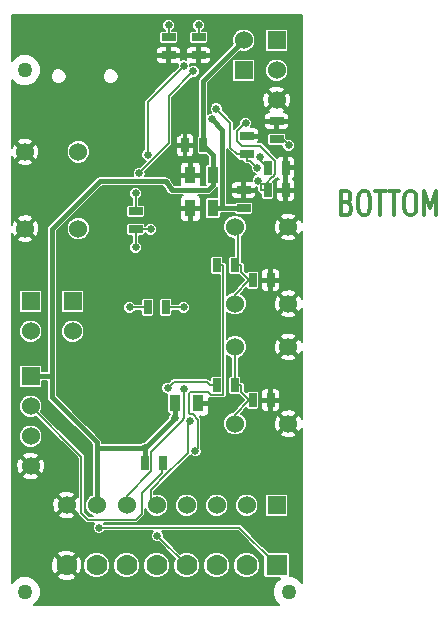
<source format=gbl>
G04 (created by PCBNEW-RS274X (2012-01-19 BZR 3256)-stable) date 12/4/2012 11:19:28 PM*
G01*
G70*
G90*
%MOIN*%
G04 Gerber Fmt 3.4, Leading zero omitted, Abs format*
%FSLAX34Y34*%
G04 APERTURE LIST*
%ADD10C,0.006000*%
%ADD11C,0.012000*%
%ADD12C,0.060000*%
%ADD13R,0.025000X0.045000*%
%ADD14R,0.045000X0.025000*%
%ADD15R,0.035000X0.055000*%
%ADD16R,0.060000X0.060000*%
%ADD17C,0.050000*%
%ADD18C,0.070000*%
%ADD19R,0.070000X0.070000*%
%ADD20C,0.025000*%
%ADD21C,0.015000*%
G04 APERTURE END LIST*
G54D10*
G54D11*
X71343Y-36405D02*
X71429Y-36443D01*
X71457Y-36481D01*
X71486Y-36557D01*
X71486Y-36671D01*
X71457Y-36748D01*
X71429Y-36786D01*
X71371Y-36824D01*
X71143Y-36824D01*
X71143Y-36024D01*
X71343Y-36024D01*
X71400Y-36062D01*
X71429Y-36100D01*
X71457Y-36176D01*
X71457Y-36252D01*
X71429Y-36329D01*
X71400Y-36367D01*
X71343Y-36405D01*
X71143Y-36405D01*
X71857Y-36024D02*
X71971Y-36024D01*
X72029Y-36062D01*
X72086Y-36138D01*
X72114Y-36290D01*
X72114Y-36557D01*
X72086Y-36710D01*
X72029Y-36786D01*
X71971Y-36824D01*
X71857Y-36824D01*
X71800Y-36786D01*
X71743Y-36710D01*
X71714Y-36557D01*
X71714Y-36290D01*
X71743Y-36138D01*
X71800Y-36062D01*
X71857Y-36024D01*
X72286Y-36024D02*
X72629Y-36024D01*
X72458Y-36824D02*
X72458Y-36024D01*
X72743Y-36024D02*
X73086Y-36024D01*
X72915Y-36824D02*
X72915Y-36024D01*
X73400Y-36024D02*
X73514Y-36024D01*
X73572Y-36062D01*
X73629Y-36138D01*
X73657Y-36290D01*
X73657Y-36557D01*
X73629Y-36710D01*
X73572Y-36786D01*
X73514Y-36824D01*
X73400Y-36824D01*
X73343Y-36786D01*
X73286Y-36710D01*
X73257Y-36557D01*
X73257Y-36290D01*
X73286Y-36138D01*
X73343Y-36062D01*
X73400Y-36024D01*
X73915Y-36824D02*
X73915Y-36024D01*
X74115Y-36595D01*
X74315Y-36024D01*
X74315Y-36824D01*
G54D12*
X67615Y-39780D03*
X67615Y-37220D03*
X69385Y-39780D03*
X69385Y-37220D03*
X62385Y-34720D03*
X62385Y-37280D03*
X60615Y-34720D03*
X60615Y-37280D03*
X67615Y-43780D03*
X67615Y-41220D03*
X69385Y-43780D03*
X69385Y-41220D03*
G54D13*
X65300Y-39900D03*
X64700Y-39900D03*
X67000Y-38500D03*
X67600Y-38500D03*
G54D14*
X66400Y-31500D03*
X66400Y-30900D03*
X65400Y-31500D03*
X65400Y-30900D03*
X64300Y-36700D03*
X64300Y-37300D03*
G54D13*
X64600Y-45100D03*
X65200Y-45100D03*
X67000Y-42500D03*
X67600Y-42500D03*
G54D14*
X69000Y-34300D03*
X69000Y-33700D03*
G54D15*
X65625Y-43100D03*
X66375Y-43100D03*
X66875Y-35500D03*
X66125Y-35500D03*
X66875Y-36600D03*
X66125Y-36600D03*
G54D12*
X63000Y-46500D03*
X64000Y-46500D03*
X62000Y-46500D03*
X65000Y-46500D03*
X66000Y-46500D03*
G54D16*
X69000Y-46500D03*
G54D12*
X68000Y-46500D03*
X67000Y-46500D03*
G54D16*
X69000Y-31000D03*
G54D12*
X69000Y-32000D03*
X69000Y-33000D03*
G54D16*
X62200Y-39700D03*
G54D12*
X62200Y-40700D03*
G54D16*
X60800Y-39700D03*
G54D12*
X60800Y-40700D03*
G54D16*
X67900Y-32000D03*
G54D12*
X67900Y-31000D03*
G54D13*
X68200Y-39000D03*
X68800Y-39000D03*
X68200Y-43000D03*
X68800Y-43000D03*
X66550Y-34500D03*
X65950Y-34500D03*
G54D14*
X67900Y-36600D03*
X67900Y-36000D03*
G54D13*
X68700Y-35250D03*
X69300Y-35250D03*
G54D14*
X68000Y-34800D03*
X68000Y-34200D03*
G54D13*
X68700Y-36000D03*
X69300Y-36000D03*
G54D12*
X60800Y-45200D03*
G54D16*
X60800Y-42200D03*
G54D12*
X60800Y-43200D03*
X60800Y-44200D03*
G54D17*
X60600Y-49400D03*
X60600Y-32000D03*
X69400Y-49400D03*
G54D18*
X63000Y-48500D03*
X64000Y-48500D03*
X62000Y-48500D03*
X65000Y-48500D03*
X66000Y-48500D03*
G54D19*
X69000Y-48500D03*
G54D18*
X68000Y-48500D03*
X67000Y-48500D03*
G54D20*
X66835Y-33631D03*
X63080Y-47250D03*
X65020Y-47520D03*
X62500Y-31500D03*
X63200Y-37000D03*
X66600Y-42100D03*
X62500Y-30500D03*
X65000Y-41000D03*
X65200Y-45950D03*
X65726Y-34095D03*
X62000Y-31000D03*
X63000Y-31000D03*
X64500Y-32000D03*
X64100Y-39900D03*
X65900Y-39900D03*
X64300Y-36100D03*
X66286Y-44687D03*
X69400Y-34500D03*
X68430Y-34897D03*
X65911Y-31852D03*
X64702Y-34819D03*
X68379Y-35679D03*
X67967Y-33764D03*
X65370Y-42591D03*
X65400Y-30500D03*
X66400Y-30500D03*
X64800Y-37300D03*
X64300Y-37900D03*
X64414Y-35425D03*
X66224Y-32041D03*
X68347Y-35255D03*
X66983Y-33290D03*
X65600Y-43600D03*
X64600Y-44600D03*
X66108Y-43690D03*
X65900Y-42612D03*
G54D21*
X66835Y-33631D02*
X67188Y-33984D01*
X67900Y-36600D02*
X67188Y-36600D01*
X67188Y-33984D02*
X67188Y-36600D01*
X66875Y-36600D02*
X67188Y-36600D01*
G54D10*
X67750Y-47250D02*
X63080Y-47250D01*
X69000Y-48500D02*
X67750Y-47250D01*
X66000Y-48500D02*
X65020Y-47520D01*
X64700Y-39900D02*
X64100Y-39900D01*
X65300Y-39900D02*
X65900Y-39900D01*
X64300Y-36700D02*
X64300Y-36100D01*
X66117Y-42731D02*
X66071Y-42777D01*
X66128Y-43469D02*
X66202Y-43469D01*
X67203Y-42819D02*
X66806Y-42819D01*
X66375Y-43642D02*
X66375Y-44598D01*
X66202Y-43469D02*
X66375Y-43642D01*
X67000Y-38500D02*
X67218Y-38500D01*
X67218Y-42804D02*
X67203Y-42819D01*
X66806Y-42819D02*
X66718Y-42731D01*
X66375Y-44598D02*
X66286Y-44687D01*
X66071Y-42777D02*
X66071Y-43412D01*
X66718Y-42731D02*
X66117Y-42731D01*
X67218Y-38500D02*
X67218Y-42804D01*
X66071Y-43412D02*
X66128Y-43469D01*
X69200Y-34300D02*
X69000Y-34300D01*
X69400Y-34500D02*
X69200Y-34300D01*
X68700Y-35250D02*
X68430Y-34980D01*
X68430Y-34980D02*
X68430Y-34897D01*
X64702Y-33061D02*
X64702Y-34819D01*
X65911Y-31852D02*
X64702Y-33061D01*
X68482Y-35782D02*
X68379Y-35679D01*
X68700Y-36000D02*
X68482Y-36000D01*
X67677Y-34358D02*
X67677Y-34040D01*
X68482Y-36000D02*
X68482Y-35782D01*
X68959Y-35473D02*
X68959Y-35017D01*
X67953Y-33764D02*
X67967Y-33764D01*
X68643Y-35782D02*
X68857Y-35568D01*
X67838Y-34519D02*
X67677Y-34358D01*
X68959Y-35017D02*
X68461Y-34519D01*
X68857Y-35568D02*
X68864Y-35568D01*
X67677Y-34040D02*
X67953Y-33764D01*
X68482Y-35782D02*
X68643Y-35782D01*
X68864Y-35568D02*
X68959Y-35473D01*
X68461Y-34519D02*
X67838Y-34519D01*
X66675Y-42393D02*
X65568Y-42393D01*
X67000Y-42500D02*
X66782Y-42500D01*
X65568Y-42393D02*
X65370Y-42591D01*
X66782Y-42500D02*
X66675Y-42393D01*
X65400Y-30500D02*
X65400Y-30900D01*
X66400Y-30900D02*
X66400Y-30500D01*
X64800Y-37300D02*
X64300Y-37300D01*
X64300Y-37300D02*
X64300Y-37900D01*
X67615Y-42406D02*
X67615Y-41220D01*
X67600Y-42500D02*
X67709Y-42500D01*
X67709Y-42500D02*
X67818Y-42500D01*
X67709Y-42500D02*
X67615Y-42406D01*
X68200Y-43000D02*
X68091Y-43000D01*
X67615Y-43476D02*
X67615Y-43780D01*
X68091Y-43000D02*
X67615Y-43476D01*
X68091Y-43000D02*
X67818Y-42727D01*
X67818Y-42727D02*
X67818Y-42500D01*
X67709Y-37314D02*
X67615Y-37220D01*
X67818Y-38727D02*
X67818Y-38500D01*
X67709Y-38500D02*
X67818Y-38500D01*
X67615Y-39476D02*
X67615Y-39780D01*
X68200Y-39000D02*
X68091Y-39000D01*
X67709Y-38500D02*
X67709Y-37314D01*
X68091Y-39000D02*
X67818Y-38727D01*
X68091Y-39000D02*
X67615Y-39476D01*
X67600Y-38500D02*
X67709Y-38500D01*
X64297Y-46986D02*
X62712Y-46986D01*
X65173Y-45127D02*
X65200Y-45100D01*
X64505Y-46086D02*
X64505Y-46778D01*
X62486Y-46760D02*
X62486Y-44886D01*
X64505Y-46778D02*
X64297Y-46986D01*
X60800Y-43200D02*
X62486Y-44886D01*
X62712Y-46986D02*
X62486Y-46760D01*
X65173Y-45418D02*
X65173Y-45127D01*
X65173Y-45418D02*
X64505Y-46086D01*
X65403Y-32862D02*
X66224Y-32041D01*
X64414Y-35425D02*
X65403Y-34436D01*
X65403Y-34436D02*
X65403Y-32862D01*
X68000Y-35018D02*
X68110Y-35018D01*
X68000Y-34909D02*
X68000Y-35018D01*
X67460Y-33767D02*
X66983Y-33290D01*
X68110Y-35018D02*
X68347Y-35255D01*
X68000Y-34800D02*
X67682Y-34800D01*
X67682Y-34800D02*
X67460Y-34578D01*
X68000Y-34800D02*
X68000Y-34909D01*
X67460Y-34578D02*
X67460Y-33767D01*
G54D21*
X66550Y-34500D02*
X66875Y-34825D01*
X66875Y-34825D02*
X66875Y-35500D01*
X65625Y-43575D02*
X65600Y-43600D01*
X61500Y-37300D02*
X61500Y-42200D01*
X65625Y-43100D02*
X65625Y-43575D01*
X66875Y-35500D02*
X66875Y-35825D01*
X60800Y-42200D02*
X61500Y-42200D01*
X64600Y-44600D02*
X63000Y-44600D01*
X66550Y-32350D02*
X67900Y-31000D01*
X61500Y-42900D02*
X63000Y-44400D01*
X65500Y-36000D02*
X65300Y-35700D01*
X64600Y-44600D02*
X65600Y-43600D01*
X61500Y-42900D02*
X61500Y-42200D01*
X63000Y-44600D02*
X63000Y-44400D01*
X66700Y-36000D02*
X65500Y-36000D01*
X64600Y-45100D02*
X64600Y-44600D01*
X63000Y-46500D02*
X63000Y-44600D01*
X66550Y-34500D02*
X66550Y-32350D01*
X66875Y-35825D02*
X66700Y-36000D01*
X65300Y-35700D02*
X63100Y-35700D01*
X63100Y-35700D02*
X61500Y-37300D01*
G54D10*
X64997Y-45797D02*
X64800Y-45994D01*
X64997Y-45797D02*
X65153Y-45641D01*
X64994Y-45800D02*
X64997Y-45797D01*
X65153Y-45641D02*
X65152Y-45641D01*
X66050Y-44743D02*
X66050Y-43748D01*
X66050Y-43748D02*
X66108Y-43690D01*
X64800Y-45994D02*
X64800Y-46300D01*
X65000Y-46500D02*
X64994Y-46494D01*
X64800Y-46300D02*
X65000Y-46500D01*
X65152Y-45641D02*
X66050Y-44743D01*
X65900Y-42612D02*
X65900Y-43591D01*
X65882Y-43609D02*
X65882Y-43674D01*
X65882Y-43674D02*
X64818Y-44738D01*
X64000Y-46182D02*
X64000Y-46500D01*
X64818Y-45364D02*
X64000Y-46182D01*
X64818Y-44738D02*
X64818Y-45364D01*
X65900Y-43591D02*
X65882Y-43609D01*
G36*
X69835Y-49085D02*
X69701Y-48951D01*
X69659Y-48933D01*
X69659Y-44117D01*
X69385Y-43844D01*
X69321Y-43907D01*
X69321Y-43780D01*
X69105Y-43563D01*
X69105Y-43261D01*
X69105Y-43189D01*
X69105Y-43090D01*
X69105Y-42910D01*
X69105Y-42811D01*
X69105Y-42739D01*
X69078Y-42673D01*
X69027Y-42622D01*
X68961Y-42595D01*
X68890Y-42595D01*
X68845Y-42640D01*
X68845Y-42955D01*
X69060Y-42955D01*
X69105Y-42910D01*
X69105Y-43090D01*
X69060Y-43045D01*
X68845Y-43045D01*
X68845Y-43360D01*
X68890Y-43405D01*
X68961Y-43405D01*
X69027Y-43378D01*
X69078Y-43327D01*
X69105Y-43261D01*
X69105Y-43563D01*
X69048Y-43506D01*
X68973Y-43536D01*
X68911Y-43713D01*
X68920Y-43900D01*
X68973Y-44024D01*
X69048Y-44054D01*
X69321Y-43780D01*
X69321Y-43907D01*
X69111Y-44117D01*
X69141Y-44192D01*
X69318Y-44254D01*
X69505Y-44245D01*
X69629Y-44192D01*
X69659Y-44117D01*
X69659Y-48933D01*
X69506Y-48870D01*
X69437Y-48870D01*
X69439Y-48867D01*
X69439Y-48832D01*
X69439Y-48132D01*
X69425Y-48099D01*
X69400Y-48074D01*
X69389Y-48069D01*
X69389Y-46817D01*
X69389Y-46782D01*
X69389Y-46182D01*
X69375Y-46149D01*
X69350Y-46124D01*
X69317Y-46111D01*
X69282Y-46111D01*
X68755Y-46111D01*
X68755Y-43360D01*
X68755Y-43045D01*
X68755Y-42955D01*
X68755Y-42640D01*
X68755Y-39360D01*
X68755Y-39045D01*
X68755Y-38955D01*
X68755Y-38640D01*
X68710Y-38595D01*
X68639Y-38595D01*
X68573Y-38622D01*
X68522Y-38673D01*
X68495Y-38739D01*
X68495Y-38811D01*
X68495Y-38910D01*
X68540Y-38955D01*
X68755Y-38955D01*
X68755Y-39045D01*
X68540Y-39045D01*
X68495Y-39090D01*
X68495Y-39189D01*
X68495Y-39261D01*
X68522Y-39327D01*
X68573Y-39378D01*
X68639Y-39405D01*
X68710Y-39405D01*
X68755Y-39360D01*
X68755Y-42640D01*
X68710Y-42595D01*
X68639Y-42595D01*
X68573Y-42622D01*
X68522Y-42673D01*
X68495Y-42739D01*
X68495Y-42811D01*
X68495Y-42910D01*
X68540Y-42955D01*
X68755Y-42955D01*
X68755Y-43045D01*
X68540Y-43045D01*
X68495Y-43090D01*
X68495Y-43189D01*
X68495Y-43261D01*
X68522Y-43327D01*
X68573Y-43378D01*
X68639Y-43405D01*
X68710Y-43405D01*
X68755Y-43360D01*
X68755Y-46111D01*
X68682Y-46111D01*
X68649Y-46125D01*
X68624Y-46150D01*
X68611Y-46183D01*
X68611Y-46218D01*
X68611Y-46818D01*
X68625Y-46851D01*
X68650Y-46876D01*
X68683Y-46889D01*
X68718Y-46889D01*
X69318Y-46889D01*
X69351Y-46875D01*
X69376Y-46850D01*
X69389Y-46817D01*
X69389Y-48069D01*
X69367Y-48061D01*
X69332Y-48061D01*
X68730Y-48061D01*
X68389Y-47719D01*
X68389Y-46578D01*
X68389Y-46423D01*
X68330Y-46280D01*
X68221Y-46170D01*
X68078Y-46111D01*
X67923Y-46111D01*
X67780Y-46170D01*
X67670Y-46279D01*
X67611Y-46422D01*
X67611Y-46577D01*
X67670Y-46720D01*
X67779Y-46830D01*
X67922Y-46889D01*
X68077Y-46889D01*
X68220Y-46830D01*
X68330Y-46721D01*
X68389Y-46578D01*
X68389Y-47719D01*
X67835Y-47165D01*
X67796Y-47139D01*
X67750Y-47130D01*
X67389Y-47130D01*
X67389Y-46578D01*
X67389Y-46423D01*
X67330Y-46280D01*
X67221Y-46170D01*
X67078Y-46111D01*
X66923Y-46111D01*
X66780Y-46170D01*
X66730Y-46219D01*
X66670Y-46279D01*
X66611Y-46422D01*
X66611Y-46577D01*
X66670Y-46720D01*
X66779Y-46830D01*
X66922Y-46889D01*
X67077Y-46889D01*
X67220Y-46830D01*
X67330Y-46721D01*
X67389Y-46578D01*
X67389Y-47130D01*
X66389Y-47130D01*
X66389Y-46578D01*
X66389Y-46423D01*
X66330Y-46280D01*
X66221Y-46170D01*
X66078Y-46111D01*
X65923Y-46111D01*
X65780Y-46170D01*
X65670Y-46279D01*
X65611Y-46422D01*
X65611Y-46577D01*
X65670Y-46720D01*
X65779Y-46830D01*
X65922Y-46889D01*
X66077Y-46889D01*
X66220Y-46830D01*
X66330Y-46721D01*
X66389Y-46578D01*
X66389Y-47130D01*
X63262Y-47130D01*
X63262Y-47128D01*
X63240Y-47106D01*
X64297Y-47106D01*
X64343Y-47097D01*
X64382Y-47071D01*
X64590Y-46863D01*
X64616Y-46824D01*
X64625Y-46778D01*
X64625Y-46610D01*
X64670Y-46720D01*
X64779Y-46830D01*
X64922Y-46889D01*
X65077Y-46889D01*
X65220Y-46830D01*
X65330Y-46721D01*
X65389Y-46578D01*
X65389Y-46423D01*
X65330Y-46280D01*
X65221Y-46170D01*
X65078Y-46111D01*
X64923Y-46111D01*
X64920Y-46112D01*
X64920Y-46043D01*
X65076Y-45886D01*
X65079Y-45885D01*
X65081Y-45882D01*
X65082Y-45882D01*
X65235Y-45727D01*
X65237Y-45726D01*
X65238Y-45726D01*
X65240Y-45723D01*
X66129Y-44834D01*
X66164Y-44869D01*
X66243Y-44902D01*
X66329Y-44902D01*
X66408Y-44869D01*
X66468Y-44809D01*
X66501Y-44730D01*
X66501Y-44644D01*
X66490Y-44619D01*
X66493Y-44608D01*
X66495Y-44599D01*
X66494Y-44598D01*
X66495Y-44598D01*
X66495Y-43642D01*
X66486Y-43596D01*
X66460Y-43557D01*
X66457Y-43555D01*
X66450Y-43547D01*
X66450Y-43540D01*
X66465Y-43555D01*
X66586Y-43555D01*
X66652Y-43528D01*
X66703Y-43477D01*
X66730Y-43411D01*
X66730Y-43339D01*
X66730Y-43190D01*
X66685Y-43145D01*
X66450Y-43145D01*
X66420Y-43145D01*
X66330Y-43145D01*
X66330Y-43055D01*
X66420Y-43055D01*
X66450Y-43055D01*
X66685Y-43055D01*
X66730Y-43010D01*
X66730Y-42910D01*
X66760Y-42930D01*
X66806Y-42939D01*
X67203Y-42939D01*
X67249Y-42930D01*
X67288Y-42904D01*
X67303Y-42889D01*
X67329Y-42850D01*
X67338Y-42804D01*
X67338Y-41493D01*
X67394Y-41550D01*
X67495Y-41591D01*
X67495Y-42186D01*
X67457Y-42186D01*
X67424Y-42200D01*
X67399Y-42225D01*
X67386Y-42258D01*
X67386Y-42293D01*
X67386Y-42743D01*
X67400Y-42776D01*
X67425Y-42801D01*
X67458Y-42814D01*
X67493Y-42814D01*
X67735Y-42814D01*
X67921Y-43000D01*
X67530Y-43391D01*
X67526Y-43395D01*
X67395Y-43450D01*
X67285Y-43559D01*
X67226Y-43702D01*
X67226Y-43857D01*
X67285Y-44000D01*
X67394Y-44110D01*
X67537Y-44169D01*
X67692Y-44169D01*
X67835Y-44110D01*
X67945Y-44001D01*
X68004Y-43858D01*
X68004Y-43703D01*
X67945Y-43560D01*
X67836Y-43450D01*
X67818Y-43442D01*
X67995Y-43265D01*
X68000Y-43276D01*
X68025Y-43301D01*
X68058Y-43314D01*
X68093Y-43314D01*
X68343Y-43314D01*
X68376Y-43300D01*
X68401Y-43275D01*
X68414Y-43242D01*
X68414Y-43207D01*
X68414Y-42757D01*
X68400Y-42724D01*
X68375Y-42699D01*
X68342Y-42686D01*
X68307Y-42686D01*
X68057Y-42686D01*
X68024Y-42700D01*
X67999Y-42725D01*
X67995Y-42734D01*
X67938Y-42677D01*
X67938Y-42500D01*
X67929Y-42454D01*
X67903Y-42415D01*
X67864Y-42389D01*
X67818Y-42380D01*
X67814Y-42380D01*
X67814Y-42257D01*
X67800Y-42224D01*
X67775Y-42199D01*
X67742Y-42186D01*
X67735Y-42186D01*
X67735Y-41591D01*
X67835Y-41550D01*
X67945Y-41441D01*
X68004Y-41298D01*
X68004Y-41143D01*
X67945Y-41000D01*
X67836Y-40890D01*
X67693Y-40831D01*
X67538Y-40831D01*
X67395Y-40890D01*
X67338Y-40946D01*
X67338Y-40053D01*
X67394Y-40110D01*
X67537Y-40169D01*
X67692Y-40169D01*
X67835Y-40110D01*
X67945Y-40001D01*
X68004Y-39858D01*
X68004Y-39703D01*
X67945Y-39560D01*
X67836Y-39450D01*
X67818Y-39442D01*
X67995Y-39265D01*
X68000Y-39276D01*
X68025Y-39301D01*
X68058Y-39314D01*
X68093Y-39314D01*
X68343Y-39314D01*
X68376Y-39300D01*
X68401Y-39275D01*
X68414Y-39242D01*
X68414Y-39207D01*
X68414Y-38757D01*
X68400Y-38724D01*
X68375Y-38699D01*
X68342Y-38686D01*
X68307Y-38686D01*
X68305Y-38686D01*
X68305Y-36161D01*
X68305Y-36090D01*
X68260Y-36045D01*
X67945Y-36045D01*
X67945Y-36260D01*
X67990Y-36305D01*
X68089Y-36305D01*
X68161Y-36305D01*
X68227Y-36278D01*
X68278Y-36227D01*
X68305Y-36161D01*
X68305Y-38686D01*
X68057Y-38686D01*
X68024Y-38700D01*
X67999Y-38725D01*
X67995Y-38734D01*
X67938Y-38677D01*
X67938Y-38500D01*
X67929Y-38454D01*
X67903Y-38415D01*
X67864Y-38389D01*
X67829Y-38382D01*
X67829Y-37552D01*
X67835Y-37550D01*
X67945Y-37441D01*
X68004Y-37298D01*
X68004Y-37143D01*
X67945Y-37000D01*
X67836Y-36890D01*
X67693Y-36831D01*
X67538Y-36831D01*
X67395Y-36890D01*
X67285Y-36999D01*
X67226Y-37142D01*
X67226Y-37297D01*
X67285Y-37440D01*
X67394Y-37550D01*
X67537Y-37609D01*
X67589Y-37609D01*
X67589Y-38186D01*
X67457Y-38186D01*
X67424Y-38200D01*
X67399Y-38225D01*
X67386Y-38258D01*
X67386Y-38293D01*
X67386Y-38743D01*
X67400Y-38776D01*
X67425Y-38801D01*
X67458Y-38814D01*
X67493Y-38814D01*
X67735Y-38814D01*
X67921Y-39000D01*
X67530Y-39391D01*
X67526Y-39395D01*
X67395Y-39450D01*
X67338Y-39506D01*
X67338Y-38500D01*
X67329Y-38454D01*
X67303Y-38415D01*
X67264Y-38389D01*
X67218Y-38380D01*
X67214Y-38380D01*
X67214Y-38257D01*
X67200Y-38224D01*
X67175Y-38199D01*
X67142Y-38186D01*
X67107Y-38186D01*
X66857Y-38186D01*
X66824Y-38200D01*
X66799Y-38225D01*
X66786Y-38258D01*
X66786Y-38293D01*
X66786Y-38743D01*
X66800Y-38776D01*
X66825Y-38801D01*
X66858Y-38814D01*
X66893Y-38814D01*
X67098Y-38814D01*
X67098Y-42186D01*
X66857Y-42186D01*
X66824Y-42200D01*
X66799Y-42225D01*
X66786Y-42258D01*
X66786Y-42293D01*
X66786Y-42334D01*
X66760Y-42308D01*
X66721Y-42282D01*
X66675Y-42273D01*
X66480Y-42273D01*
X66480Y-36911D01*
X66480Y-36839D01*
X66480Y-36690D01*
X66435Y-36645D01*
X66170Y-36645D01*
X66170Y-37010D01*
X66215Y-37055D01*
X66336Y-37055D01*
X66402Y-37028D01*
X66453Y-36977D01*
X66480Y-36911D01*
X66480Y-42273D01*
X66115Y-42273D01*
X66115Y-39943D01*
X66115Y-39857D01*
X66082Y-39778D01*
X66080Y-39776D01*
X66080Y-37010D01*
X66080Y-36645D01*
X65815Y-36645D01*
X65770Y-36690D01*
X65770Y-36839D01*
X65770Y-36911D01*
X65797Y-36977D01*
X65848Y-37028D01*
X65914Y-37055D01*
X66035Y-37055D01*
X66080Y-37010D01*
X66080Y-39776D01*
X66022Y-39718D01*
X65943Y-39685D01*
X65857Y-39685D01*
X65778Y-39718D01*
X65718Y-39778D01*
X65717Y-39780D01*
X65514Y-39780D01*
X65514Y-39657D01*
X65500Y-39624D01*
X65475Y-39599D01*
X65442Y-39586D01*
X65407Y-39586D01*
X65157Y-39586D01*
X65124Y-39600D01*
X65099Y-39625D01*
X65086Y-39658D01*
X65086Y-39693D01*
X65086Y-40143D01*
X65100Y-40176D01*
X65125Y-40201D01*
X65158Y-40214D01*
X65193Y-40214D01*
X65443Y-40214D01*
X65476Y-40200D01*
X65501Y-40175D01*
X65514Y-40142D01*
X65514Y-40107D01*
X65514Y-40020D01*
X65717Y-40020D01*
X65718Y-40022D01*
X65778Y-40082D01*
X65857Y-40115D01*
X65943Y-40115D01*
X66022Y-40082D01*
X66082Y-40022D01*
X66115Y-39943D01*
X66115Y-42273D01*
X65568Y-42273D01*
X65522Y-42282D01*
X65483Y-42308D01*
X65414Y-42376D01*
X65413Y-42376D01*
X65327Y-42376D01*
X65248Y-42409D01*
X65188Y-42469D01*
X65155Y-42548D01*
X65155Y-42634D01*
X65188Y-42713D01*
X65248Y-42773D01*
X65327Y-42806D01*
X65361Y-42806D01*
X65361Y-42808D01*
X65361Y-42843D01*
X65361Y-43393D01*
X65375Y-43426D01*
X65400Y-43451D01*
X65432Y-43463D01*
X65418Y-43478D01*
X65385Y-43557D01*
X65385Y-43581D01*
X65015Y-43951D01*
X65015Y-37343D01*
X65015Y-37257D01*
X64982Y-37178D01*
X64922Y-37118D01*
X64843Y-37085D01*
X64757Y-37085D01*
X64678Y-37118D01*
X64618Y-37178D01*
X64617Y-37180D01*
X64614Y-37180D01*
X64614Y-37157D01*
X64614Y-36842D01*
X64614Y-36807D01*
X64614Y-36557D01*
X64600Y-36524D01*
X64575Y-36499D01*
X64542Y-36486D01*
X64507Y-36486D01*
X64420Y-36486D01*
X64420Y-36282D01*
X64422Y-36282D01*
X64482Y-36222D01*
X64515Y-36143D01*
X64515Y-36057D01*
X64482Y-35978D01*
X64422Y-35918D01*
X64343Y-35885D01*
X64257Y-35885D01*
X64178Y-35918D01*
X64118Y-35978D01*
X64085Y-36057D01*
X64085Y-36143D01*
X64118Y-36222D01*
X64178Y-36282D01*
X64180Y-36282D01*
X64180Y-36486D01*
X64057Y-36486D01*
X64024Y-36500D01*
X63999Y-36525D01*
X63986Y-36558D01*
X63986Y-36593D01*
X63986Y-36843D01*
X64000Y-36876D01*
X64025Y-36901D01*
X64058Y-36914D01*
X64093Y-36914D01*
X64543Y-36914D01*
X64576Y-36900D01*
X64601Y-36875D01*
X64614Y-36842D01*
X64614Y-37157D01*
X64600Y-37124D01*
X64575Y-37099D01*
X64542Y-37086D01*
X64507Y-37086D01*
X64057Y-37086D01*
X64024Y-37100D01*
X63999Y-37125D01*
X63986Y-37158D01*
X63986Y-37193D01*
X63986Y-37443D01*
X64000Y-37476D01*
X64025Y-37501D01*
X64058Y-37514D01*
X64093Y-37514D01*
X64180Y-37514D01*
X64180Y-37717D01*
X64178Y-37718D01*
X64118Y-37778D01*
X64085Y-37857D01*
X64085Y-37943D01*
X64118Y-38022D01*
X64178Y-38082D01*
X64257Y-38115D01*
X64343Y-38115D01*
X64422Y-38082D01*
X64482Y-38022D01*
X64515Y-37943D01*
X64515Y-37857D01*
X64482Y-37778D01*
X64422Y-37718D01*
X64420Y-37717D01*
X64420Y-37514D01*
X64543Y-37514D01*
X64576Y-37500D01*
X64601Y-37475D01*
X64614Y-37442D01*
X64614Y-37420D01*
X64617Y-37420D01*
X64618Y-37422D01*
X64678Y-37482D01*
X64757Y-37515D01*
X64843Y-37515D01*
X64922Y-37482D01*
X64982Y-37422D01*
X65015Y-37343D01*
X65015Y-43951D01*
X64914Y-44052D01*
X64914Y-40142D01*
X64914Y-40107D01*
X64914Y-39657D01*
X64900Y-39624D01*
X64875Y-39599D01*
X64842Y-39586D01*
X64807Y-39586D01*
X64557Y-39586D01*
X64524Y-39600D01*
X64499Y-39625D01*
X64486Y-39658D01*
X64486Y-39693D01*
X64486Y-39780D01*
X64282Y-39780D01*
X64282Y-39778D01*
X64222Y-39718D01*
X64143Y-39685D01*
X64057Y-39685D01*
X63978Y-39718D01*
X63918Y-39778D01*
X63885Y-39857D01*
X63885Y-39943D01*
X63918Y-40022D01*
X63978Y-40082D01*
X64057Y-40115D01*
X64143Y-40115D01*
X64222Y-40082D01*
X64282Y-40022D01*
X64282Y-40020D01*
X64486Y-40020D01*
X64486Y-40143D01*
X64500Y-40176D01*
X64525Y-40201D01*
X64558Y-40214D01*
X64593Y-40214D01*
X64843Y-40214D01*
X64876Y-40200D01*
X64901Y-40175D01*
X64914Y-40142D01*
X64914Y-44052D01*
X64581Y-44385D01*
X64557Y-44385D01*
X64478Y-44418D01*
X64461Y-44435D01*
X63165Y-44435D01*
X63165Y-44400D01*
X63152Y-44337D01*
X63117Y-44283D01*
X63114Y-44281D01*
X62774Y-43940D01*
X62774Y-37358D01*
X62774Y-37203D01*
X62715Y-37060D01*
X62606Y-36950D01*
X62463Y-36891D01*
X62308Y-36891D01*
X62165Y-36950D01*
X62055Y-37059D01*
X61996Y-37202D01*
X61996Y-37357D01*
X62055Y-37500D01*
X62164Y-37610D01*
X62307Y-37669D01*
X62462Y-37669D01*
X62605Y-37610D01*
X62715Y-37501D01*
X62774Y-37358D01*
X62774Y-43940D01*
X62589Y-43755D01*
X62589Y-40778D01*
X62589Y-40623D01*
X62589Y-40017D01*
X62589Y-39982D01*
X62589Y-39382D01*
X62575Y-39349D01*
X62550Y-39324D01*
X62517Y-39311D01*
X62482Y-39311D01*
X61882Y-39311D01*
X61849Y-39325D01*
X61824Y-39350D01*
X61811Y-39383D01*
X61811Y-39418D01*
X61811Y-40018D01*
X61825Y-40051D01*
X61850Y-40076D01*
X61883Y-40089D01*
X61918Y-40089D01*
X62518Y-40089D01*
X62551Y-40075D01*
X62576Y-40050D01*
X62589Y-40017D01*
X62589Y-40623D01*
X62530Y-40480D01*
X62421Y-40370D01*
X62278Y-40311D01*
X62123Y-40311D01*
X61980Y-40370D01*
X61870Y-40479D01*
X61811Y-40622D01*
X61811Y-40777D01*
X61870Y-40920D01*
X61979Y-41030D01*
X62122Y-41089D01*
X62277Y-41089D01*
X62420Y-41030D01*
X62530Y-40921D01*
X62589Y-40778D01*
X62589Y-43755D01*
X61665Y-42831D01*
X61665Y-42200D01*
X61665Y-37368D01*
X63168Y-35865D01*
X65211Y-35865D01*
X65362Y-36091D01*
X65373Y-36102D01*
X65383Y-36117D01*
X65399Y-36127D01*
X65408Y-36136D01*
X65421Y-36141D01*
X65437Y-36152D01*
X65450Y-36154D01*
X65467Y-36162D01*
X65484Y-36161D01*
X65500Y-36165D01*
X65865Y-36165D01*
X65848Y-36172D01*
X65797Y-36223D01*
X65770Y-36289D01*
X65770Y-36361D01*
X65770Y-36510D01*
X65815Y-36555D01*
X66050Y-36555D01*
X66080Y-36555D01*
X66170Y-36555D01*
X66200Y-36555D01*
X66435Y-36555D01*
X66480Y-36510D01*
X66480Y-36361D01*
X66480Y-36289D01*
X66453Y-36223D01*
X66402Y-36172D01*
X66384Y-36165D01*
X66700Y-36165D01*
X66763Y-36152D01*
X66817Y-36117D01*
X66989Y-35943D01*
X66991Y-35942D01*
X66992Y-35942D01*
X67023Y-35894D01*
X67023Y-36236D01*
X66682Y-36236D01*
X66649Y-36250D01*
X66624Y-36275D01*
X66611Y-36308D01*
X66611Y-36343D01*
X66611Y-36893D01*
X66625Y-36926D01*
X66650Y-36951D01*
X66683Y-36964D01*
X66718Y-36964D01*
X67068Y-36964D01*
X67101Y-36950D01*
X67126Y-36925D01*
X67139Y-36892D01*
X67139Y-36857D01*
X67139Y-36765D01*
X67188Y-36765D01*
X67595Y-36765D01*
X67600Y-36776D01*
X67625Y-36801D01*
X67658Y-36814D01*
X67693Y-36814D01*
X68143Y-36814D01*
X68176Y-36800D01*
X68201Y-36775D01*
X68214Y-36742D01*
X68214Y-36707D01*
X68214Y-36457D01*
X68200Y-36424D01*
X68175Y-36399D01*
X68142Y-36386D01*
X68107Y-36386D01*
X67855Y-36386D01*
X67855Y-36260D01*
X67855Y-36045D01*
X67855Y-35955D01*
X67855Y-35740D01*
X67810Y-35695D01*
X67711Y-35695D01*
X67639Y-35695D01*
X67573Y-35722D01*
X67522Y-35773D01*
X67495Y-35839D01*
X67495Y-35910D01*
X67540Y-35955D01*
X67855Y-35955D01*
X67855Y-36045D01*
X67540Y-36045D01*
X67495Y-36090D01*
X67495Y-36161D01*
X67522Y-36227D01*
X67573Y-36278D01*
X67639Y-36305D01*
X67711Y-36305D01*
X67810Y-36305D01*
X67855Y-36260D01*
X67855Y-36386D01*
X67657Y-36386D01*
X67624Y-36400D01*
X67599Y-36425D01*
X67595Y-36435D01*
X67353Y-36435D01*
X67353Y-34630D01*
X67375Y-34663D01*
X67596Y-34884D01*
X67597Y-34885D01*
X67635Y-34910D01*
X67636Y-34911D01*
X67672Y-34918D01*
X67681Y-34920D01*
X67681Y-34919D01*
X67682Y-34920D01*
X67686Y-34920D01*
X67686Y-34943D01*
X67700Y-34976D01*
X67725Y-35001D01*
X67758Y-35014D01*
X67793Y-35014D01*
X67880Y-35014D01*
X67880Y-35018D01*
X67889Y-35064D01*
X67915Y-35103D01*
X67954Y-35129D01*
X68000Y-35138D01*
X68060Y-35138D01*
X68132Y-35210D01*
X68132Y-35212D01*
X68132Y-35298D01*
X68165Y-35377D01*
X68225Y-35437D01*
X68304Y-35470D01*
X68321Y-35470D01*
X68257Y-35497D01*
X68197Y-35557D01*
X68164Y-35636D01*
X68164Y-35696D01*
X68161Y-35695D01*
X68089Y-35695D01*
X67990Y-35695D01*
X67945Y-35740D01*
X67945Y-35955D01*
X68260Y-35955D01*
X68305Y-35910D01*
X68305Y-35881D01*
X68336Y-35894D01*
X68362Y-35894D01*
X68362Y-36000D01*
X68371Y-36046D01*
X68397Y-36085D01*
X68436Y-36111D01*
X68482Y-36120D01*
X68486Y-36120D01*
X68486Y-36243D01*
X68500Y-36276D01*
X68525Y-36301D01*
X68558Y-36314D01*
X68593Y-36314D01*
X68843Y-36314D01*
X68876Y-36300D01*
X68901Y-36275D01*
X68914Y-36242D01*
X68914Y-36207D01*
X68914Y-35757D01*
X68900Y-35724D01*
X68885Y-35709D01*
X68925Y-35668D01*
X68949Y-35653D01*
X69023Y-35578D01*
X69070Y-35625D01*
X69022Y-35673D01*
X68995Y-35739D01*
X68995Y-35811D01*
X68995Y-35910D01*
X69040Y-35955D01*
X69255Y-35955D01*
X69255Y-35640D01*
X69240Y-35625D01*
X69255Y-35610D01*
X69255Y-35325D01*
X69255Y-35295D01*
X69255Y-35205D01*
X69255Y-35175D01*
X69255Y-34890D01*
X69210Y-34845D01*
X69139Y-34845D01*
X69073Y-34872D01*
X69028Y-34916D01*
X68546Y-34434D01*
X68507Y-34408D01*
X68461Y-34399D01*
X68389Y-34399D01*
X68405Y-34361D01*
X68405Y-34290D01*
X68360Y-34245D01*
X68075Y-34245D01*
X68045Y-34245D01*
X67955Y-34245D01*
X67955Y-34155D01*
X68045Y-34155D01*
X68075Y-34155D01*
X68360Y-34155D01*
X68405Y-34110D01*
X68405Y-34039D01*
X68378Y-33973D01*
X68327Y-33922D01*
X68289Y-33906D01*
X68289Y-32317D01*
X68289Y-32282D01*
X68289Y-31682D01*
X68275Y-31649D01*
X68250Y-31624D01*
X68217Y-31611D01*
X68182Y-31611D01*
X67582Y-31611D01*
X67549Y-31625D01*
X67524Y-31650D01*
X67511Y-31683D01*
X67511Y-31718D01*
X67511Y-32318D01*
X67525Y-32351D01*
X67550Y-32376D01*
X67583Y-32389D01*
X67618Y-32389D01*
X68218Y-32389D01*
X68251Y-32375D01*
X68276Y-32350D01*
X68289Y-32317D01*
X68289Y-33906D01*
X68261Y-33895D01*
X68189Y-33895D01*
X68140Y-33895D01*
X68149Y-33886D01*
X68182Y-33807D01*
X68182Y-33721D01*
X68149Y-33642D01*
X68089Y-33582D01*
X68010Y-33549D01*
X67924Y-33549D01*
X67845Y-33582D01*
X67785Y-33642D01*
X67752Y-33721D01*
X67752Y-33795D01*
X67592Y-33955D01*
X67580Y-33973D01*
X67580Y-33767D01*
X67571Y-33721D01*
X67545Y-33682D01*
X67542Y-33680D01*
X67197Y-33334D01*
X67198Y-33333D01*
X67198Y-33247D01*
X67165Y-33168D01*
X67105Y-33108D01*
X67026Y-33075D01*
X66940Y-33075D01*
X66861Y-33108D01*
X66801Y-33168D01*
X66768Y-33247D01*
X66768Y-33333D01*
X66801Y-33412D01*
X66805Y-33416D01*
X66792Y-33416D01*
X66715Y-33448D01*
X66715Y-32419D01*
X67767Y-31366D01*
X67822Y-31389D01*
X67977Y-31389D01*
X68120Y-31330D01*
X68230Y-31221D01*
X68289Y-31078D01*
X68289Y-30923D01*
X68230Y-30780D01*
X68121Y-30670D01*
X67978Y-30611D01*
X67823Y-30611D01*
X67680Y-30670D01*
X67570Y-30779D01*
X67511Y-30922D01*
X67511Y-31077D01*
X67533Y-31132D01*
X66805Y-31860D01*
X66805Y-31661D01*
X66805Y-31590D01*
X66805Y-31410D01*
X66805Y-31339D01*
X66778Y-31273D01*
X66727Y-31222D01*
X66714Y-31216D01*
X66714Y-31042D01*
X66714Y-31007D01*
X66714Y-30757D01*
X66700Y-30724D01*
X66675Y-30699D01*
X66642Y-30686D01*
X66607Y-30686D01*
X66520Y-30686D01*
X66520Y-30682D01*
X66522Y-30682D01*
X66582Y-30622D01*
X66615Y-30543D01*
X66615Y-30457D01*
X66582Y-30378D01*
X66522Y-30318D01*
X66443Y-30285D01*
X66357Y-30285D01*
X66278Y-30318D01*
X66218Y-30378D01*
X66185Y-30457D01*
X66185Y-30543D01*
X66218Y-30622D01*
X66278Y-30682D01*
X66280Y-30682D01*
X66280Y-30686D01*
X66157Y-30686D01*
X66124Y-30700D01*
X66099Y-30725D01*
X66086Y-30758D01*
X66086Y-30793D01*
X66086Y-31043D01*
X66100Y-31076D01*
X66125Y-31101D01*
X66158Y-31114D01*
X66193Y-31114D01*
X66643Y-31114D01*
X66676Y-31100D01*
X66701Y-31075D01*
X66714Y-31042D01*
X66714Y-31216D01*
X66661Y-31195D01*
X66589Y-31195D01*
X66490Y-31195D01*
X66445Y-31240D01*
X66445Y-31455D01*
X66760Y-31455D01*
X66805Y-31410D01*
X66805Y-31590D01*
X66760Y-31545D01*
X66445Y-31545D01*
X66445Y-31760D01*
X66490Y-31805D01*
X66589Y-31805D01*
X66661Y-31805D01*
X66727Y-31778D01*
X66778Y-31727D01*
X66805Y-31661D01*
X66805Y-31860D01*
X66433Y-32233D01*
X66398Y-32287D01*
X66385Y-32350D01*
X66385Y-34195D01*
X66374Y-34200D01*
X66349Y-34225D01*
X66336Y-34258D01*
X66336Y-34293D01*
X66336Y-34743D01*
X66350Y-34776D01*
X66375Y-34801D01*
X66408Y-34814D01*
X66443Y-34814D01*
X66630Y-34814D01*
X66710Y-34893D01*
X66710Y-35136D01*
X66682Y-35136D01*
X66649Y-35150D01*
X66624Y-35175D01*
X66611Y-35208D01*
X66611Y-35243D01*
X66611Y-35793D01*
X66625Y-35826D01*
X66632Y-35833D01*
X66631Y-35835D01*
X66470Y-35835D01*
X66480Y-35811D01*
X66480Y-35739D01*
X66480Y-35590D01*
X66480Y-35410D01*
X66480Y-35261D01*
X66480Y-35189D01*
X66453Y-35123D01*
X66402Y-35072D01*
X66336Y-35045D01*
X66255Y-35045D01*
X66255Y-34761D01*
X66255Y-34689D01*
X66255Y-34590D01*
X66255Y-34410D01*
X66255Y-34311D01*
X66255Y-34239D01*
X66228Y-34173D01*
X66177Y-34122D01*
X66111Y-34095D01*
X66040Y-34095D01*
X65995Y-34140D01*
X65995Y-34455D01*
X66210Y-34455D01*
X66255Y-34410D01*
X66255Y-34590D01*
X66210Y-34545D01*
X65995Y-34545D01*
X65995Y-34860D01*
X66040Y-34905D01*
X66111Y-34905D01*
X66177Y-34878D01*
X66228Y-34827D01*
X66255Y-34761D01*
X66255Y-35045D01*
X66215Y-35045D01*
X66170Y-35090D01*
X66170Y-35455D01*
X66435Y-35455D01*
X66480Y-35410D01*
X66480Y-35590D01*
X66435Y-35545D01*
X66200Y-35545D01*
X66170Y-35545D01*
X66080Y-35545D01*
X66080Y-35455D01*
X66080Y-35090D01*
X66035Y-35045D01*
X65914Y-35045D01*
X65905Y-35048D01*
X65905Y-34860D01*
X65905Y-34545D01*
X65905Y-34455D01*
X65905Y-34140D01*
X65860Y-34095D01*
X65789Y-34095D01*
X65723Y-34122D01*
X65672Y-34173D01*
X65645Y-34239D01*
X65645Y-34311D01*
X65645Y-34410D01*
X65690Y-34455D01*
X65905Y-34455D01*
X65905Y-34545D01*
X65690Y-34545D01*
X65645Y-34590D01*
X65645Y-34689D01*
X65645Y-34761D01*
X65672Y-34827D01*
X65723Y-34878D01*
X65789Y-34905D01*
X65860Y-34905D01*
X65905Y-34860D01*
X65905Y-35048D01*
X65848Y-35072D01*
X65797Y-35123D01*
X65770Y-35189D01*
X65770Y-35261D01*
X65770Y-35410D01*
X65815Y-35455D01*
X66080Y-35455D01*
X66080Y-35545D01*
X66050Y-35545D01*
X65815Y-35545D01*
X65770Y-35590D01*
X65770Y-35739D01*
X65770Y-35811D01*
X65779Y-35835D01*
X65588Y-35835D01*
X65437Y-35608D01*
X65426Y-35597D01*
X65417Y-35583D01*
X65402Y-35573D01*
X65392Y-35563D01*
X65375Y-35556D01*
X65363Y-35548D01*
X65349Y-35545D01*
X65332Y-35538D01*
X65315Y-35538D01*
X65300Y-35535D01*
X64601Y-35535D01*
X64629Y-35468D01*
X64629Y-35382D01*
X64628Y-35380D01*
X65485Y-34522D01*
X65487Y-34521D01*
X65488Y-34521D01*
X65514Y-34482D01*
X65523Y-34436D01*
X65523Y-32912D01*
X66179Y-32255D01*
X66181Y-32256D01*
X66267Y-32256D01*
X66346Y-32223D01*
X66406Y-32163D01*
X66439Y-32084D01*
X66439Y-31998D01*
X66406Y-31919D01*
X66346Y-31859D01*
X66267Y-31826D01*
X66181Y-31826D01*
X66126Y-31848D01*
X66126Y-31809D01*
X66121Y-31797D01*
X66139Y-31805D01*
X66211Y-31805D01*
X66310Y-31805D01*
X66355Y-31760D01*
X66355Y-31545D01*
X66355Y-31455D01*
X66355Y-31240D01*
X66310Y-31195D01*
X66211Y-31195D01*
X66139Y-31195D01*
X66073Y-31222D01*
X66022Y-31273D01*
X65995Y-31339D01*
X65995Y-31410D01*
X66040Y-31455D01*
X66355Y-31455D01*
X66355Y-31545D01*
X66040Y-31545D01*
X65995Y-31590D01*
X65995Y-31654D01*
X65954Y-31637D01*
X65868Y-31637D01*
X65805Y-31661D01*
X65805Y-31590D01*
X65805Y-31410D01*
X65805Y-31339D01*
X65778Y-31273D01*
X65727Y-31222D01*
X65714Y-31216D01*
X65714Y-31042D01*
X65714Y-31007D01*
X65714Y-30757D01*
X65700Y-30724D01*
X65675Y-30699D01*
X65642Y-30686D01*
X65607Y-30686D01*
X65520Y-30686D01*
X65520Y-30682D01*
X65522Y-30682D01*
X65582Y-30622D01*
X65615Y-30543D01*
X65615Y-30457D01*
X65582Y-30378D01*
X65522Y-30318D01*
X65443Y-30285D01*
X65357Y-30285D01*
X65278Y-30318D01*
X65218Y-30378D01*
X65185Y-30457D01*
X65185Y-30543D01*
X65218Y-30622D01*
X65278Y-30682D01*
X65280Y-30682D01*
X65280Y-30686D01*
X65157Y-30686D01*
X65124Y-30700D01*
X65099Y-30725D01*
X65086Y-30758D01*
X65086Y-30793D01*
X65086Y-31043D01*
X65100Y-31076D01*
X65125Y-31101D01*
X65158Y-31114D01*
X65193Y-31114D01*
X65643Y-31114D01*
X65676Y-31100D01*
X65701Y-31075D01*
X65714Y-31042D01*
X65714Y-31216D01*
X65661Y-31195D01*
X65589Y-31195D01*
X65490Y-31195D01*
X65445Y-31240D01*
X65445Y-31455D01*
X65760Y-31455D01*
X65805Y-31410D01*
X65805Y-31590D01*
X65760Y-31545D01*
X65445Y-31545D01*
X65445Y-31760D01*
X65490Y-31805D01*
X65589Y-31805D01*
X65661Y-31805D01*
X65705Y-31786D01*
X65696Y-31809D01*
X65696Y-31895D01*
X65696Y-31897D01*
X65355Y-32238D01*
X65355Y-31760D01*
X65355Y-31545D01*
X65355Y-31455D01*
X65355Y-31240D01*
X65310Y-31195D01*
X65211Y-31195D01*
X65139Y-31195D01*
X65073Y-31222D01*
X65022Y-31273D01*
X64995Y-31339D01*
X64995Y-31410D01*
X65040Y-31455D01*
X65355Y-31455D01*
X65355Y-31545D01*
X65040Y-31545D01*
X64995Y-31590D01*
X64995Y-31661D01*
X65022Y-31727D01*
X65073Y-31778D01*
X65139Y-31805D01*
X65211Y-31805D01*
X65310Y-31805D01*
X65355Y-31760D01*
X65355Y-32238D01*
X64617Y-32976D01*
X64591Y-33015D01*
X64582Y-33061D01*
X64582Y-34636D01*
X64580Y-34637D01*
X64520Y-34697D01*
X64487Y-34776D01*
X64487Y-34862D01*
X64520Y-34941D01*
X64580Y-35001D01*
X64642Y-35027D01*
X64458Y-35210D01*
X64457Y-35210D01*
X64371Y-35210D01*
X64292Y-35243D01*
X64232Y-35303D01*
X64199Y-35382D01*
X64199Y-35468D01*
X64226Y-35535D01*
X63730Y-35535D01*
X63730Y-32253D01*
X63730Y-32148D01*
X63690Y-32051D01*
X63616Y-31976D01*
X63518Y-31935D01*
X63413Y-31935D01*
X63316Y-31975D01*
X63241Y-32049D01*
X63200Y-32147D01*
X63200Y-32252D01*
X63240Y-32349D01*
X63314Y-32424D01*
X63412Y-32465D01*
X63517Y-32465D01*
X63614Y-32425D01*
X63689Y-32351D01*
X63730Y-32253D01*
X63730Y-35535D01*
X63100Y-35535D01*
X63099Y-35535D01*
X63037Y-35548D01*
X62983Y-35583D01*
X62981Y-35585D01*
X62774Y-35792D01*
X62774Y-34798D01*
X62774Y-34643D01*
X62715Y-34500D01*
X62606Y-34390D01*
X62463Y-34331D01*
X62308Y-34331D01*
X62165Y-34390D01*
X62055Y-34499D01*
X62000Y-34632D01*
X62000Y-32253D01*
X62000Y-32148D01*
X61960Y-32051D01*
X61886Y-31976D01*
X61788Y-31935D01*
X61683Y-31935D01*
X61586Y-31975D01*
X61511Y-32049D01*
X61470Y-32147D01*
X61470Y-32252D01*
X61510Y-32349D01*
X61584Y-32424D01*
X61682Y-32465D01*
X61787Y-32465D01*
X61884Y-32425D01*
X61959Y-32351D01*
X62000Y-32253D01*
X62000Y-34632D01*
X61996Y-34642D01*
X61996Y-34797D01*
X62055Y-34940D01*
X62164Y-35050D01*
X62307Y-35109D01*
X62462Y-35109D01*
X62605Y-35050D01*
X62715Y-34941D01*
X62774Y-34798D01*
X62774Y-35792D01*
X61383Y-37183D01*
X61348Y-37237D01*
X61335Y-37300D01*
X61335Y-42035D01*
X61189Y-42035D01*
X61189Y-41882D01*
X61189Y-40778D01*
X61189Y-40623D01*
X61189Y-40017D01*
X61189Y-39982D01*
X61189Y-39382D01*
X61175Y-39349D01*
X61150Y-39324D01*
X61117Y-39311D01*
X61089Y-39311D01*
X61089Y-37347D01*
X61089Y-34787D01*
X61080Y-34600D01*
X61027Y-34476D01*
X60952Y-34446D01*
X60889Y-34509D01*
X60889Y-34383D01*
X60859Y-34308D01*
X60682Y-34246D01*
X60495Y-34255D01*
X60371Y-34308D01*
X60341Y-34383D01*
X60615Y-34656D01*
X60889Y-34383D01*
X60889Y-34509D01*
X60679Y-34720D01*
X60952Y-34994D01*
X61027Y-34964D01*
X61089Y-34787D01*
X61089Y-37347D01*
X61080Y-37160D01*
X61027Y-37036D01*
X60952Y-37006D01*
X60889Y-37069D01*
X60889Y-36943D01*
X60889Y-35057D01*
X60615Y-34784D01*
X60341Y-35057D01*
X60371Y-35132D01*
X60548Y-35194D01*
X60735Y-35185D01*
X60859Y-35132D01*
X60889Y-35057D01*
X60889Y-36943D01*
X60859Y-36868D01*
X60682Y-36806D01*
X60495Y-36815D01*
X60371Y-36868D01*
X60341Y-36943D01*
X60615Y-37216D01*
X60889Y-36943D01*
X60889Y-37069D01*
X60679Y-37280D01*
X60952Y-37554D01*
X61027Y-37524D01*
X61089Y-37347D01*
X61089Y-39311D01*
X61082Y-39311D01*
X60889Y-39311D01*
X60889Y-37617D01*
X60615Y-37344D01*
X60341Y-37617D01*
X60371Y-37692D01*
X60548Y-37754D01*
X60735Y-37745D01*
X60859Y-37692D01*
X60889Y-37617D01*
X60889Y-39311D01*
X60482Y-39311D01*
X60449Y-39325D01*
X60424Y-39350D01*
X60411Y-39383D01*
X60411Y-39418D01*
X60411Y-40018D01*
X60425Y-40051D01*
X60450Y-40076D01*
X60483Y-40089D01*
X60518Y-40089D01*
X61118Y-40089D01*
X61151Y-40075D01*
X61176Y-40050D01*
X61189Y-40017D01*
X61189Y-40623D01*
X61130Y-40480D01*
X61021Y-40370D01*
X60878Y-40311D01*
X60723Y-40311D01*
X60580Y-40370D01*
X60470Y-40479D01*
X60411Y-40622D01*
X60411Y-40777D01*
X60470Y-40920D01*
X60579Y-41030D01*
X60722Y-41089D01*
X60877Y-41089D01*
X61020Y-41030D01*
X61130Y-40921D01*
X61189Y-40778D01*
X61189Y-41882D01*
X61175Y-41849D01*
X61150Y-41824D01*
X61117Y-41811D01*
X61082Y-41811D01*
X60482Y-41811D01*
X60449Y-41825D01*
X60424Y-41850D01*
X60411Y-41883D01*
X60411Y-41918D01*
X60411Y-42518D01*
X60425Y-42551D01*
X60450Y-42576D01*
X60483Y-42589D01*
X60518Y-42589D01*
X61118Y-42589D01*
X61151Y-42575D01*
X61176Y-42550D01*
X61189Y-42517D01*
X61189Y-42482D01*
X61189Y-42365D01*
X61335Y-42365D01*
X61335Y-42900D01*
X61348Y-42963D01*
X61383Y-43017D01*
X62835Y-44468D01*
X62835Y-44600D01*
X62835Y-46147D01*
X62780Y-46170D01*
X62670Y-46279D01*
X62611Y-46422D01*
X62611Y-46577D01*
X62670Y-46720D01*
X62779Y-46830D01*
X62866Y-46866D01*
X62761Y-46866D01*
X62606Y-46710D01*
X62606Y-44886D01*
X62597Y-44840D01*
X62571Y-44801D01*
X61147Y-43377D01*
X61189Y-43278D01*
X61189Y-43123D01*
X61130Y-42980D01*
X61021Y-42870D01*
X60878Y-42811D01*
X60723Y-42811D01*
X60580Y-42870D01*
X60470Y-42979D01*
X60411Y-43122D01*
X60411Y-43277D01*
X60470Y-43420D01*
X60579Y-43530D01*
X60722Y-43589D01*
X60877Y-43589D01*
X60977Y-43547D01*
X62366Y-44936D01*
X62366Y-46237D01*
X62337Y-46226D01*
X62274Y-46289D01*
X62274Y-46163D01*
X62244Y-46088D01*
X62067Y-46026D01*
X61880Y-46035D01*
X61756Y-46088D01*
X61726Y-46163D01*
X62000Y-46436D01*
X62274Y-46163D01*
X62274Y-46289D01*
X62064Y-46500D01*
X62337Y-46774D01*
X62366Y-46762D01*
X62375Y-46806D01*
X62401Y-46845D01*
X62625Y-47068D01*
X62627Y-47071D01*
X62666Y-47097D01*
X62712Y-47106D01*
X62920Y-47106D01*
X62898Y-47128D01*
X62865Y-47207D01*
X62865Y-47293D01*
X62898Y-47372D01*
X62958Y-47432D01*
X63037Y-47465D01*
X63123Y-47465D01*
X63202Y-47432D01*
X63262Y-47372D01*
X63262Y-47370D01*
X64866Y-47370D01*
X64838Y-47398D01*
X64805Y-47477D01*
X64805Y-47563D01*
X64838Y-47642D01*
X64898Y-47702D01*
X64977Y-47735D01*
X65063Y-47735D01*
X65064Y-47734D01*
X65614Y-48284D01*
X65561Y-48412D01*
X65561Y-48587D01*
X65628Y-48748D01*
X65751Y-48872D01*
X65912Y-48939D01*
X66087Y-48939D01*
X66248Y-48872D01*
X66372Y-48749D01*
X66439Y-48588D01*
X66439Y-48413D01*
X66372Y-48252D01*
X66249Y-48128D01*
X66088Y-48061D01*
X65913Y-48061D01*
X65784Y-48114D01*
X65234Y-47564D01*
X65235Y-47563D01*
X65235Y-47477D01*
X65202Y-47398D01*
X65174Y-47370D01*
X67700Y-47370D01*
X68561Y-48230D01*
X68561Y-48868D01*
X68575Y-48901D01*
X68600Y-48926D01*
X68633Y-48939D01*
X68668Y-48939D01*
X69128Y-48939D01*
X69100Y-48951D01*
X68951Y-49099D01*
X68870Y-49294D01*
X68870Y-49505D01*
X68951Y-49700D01*
X69085Y-49835D01*
X68439Y-49835D01*
X68439Y-48588D01*
X68439Y-48413D01*
X68372Y-48252D01*
X68249Y-48128D01*
X68088Y-48061D01*
X67913Y-48061D01*
X67752Y-48128D01*
X67628Y-48251D01*
X67561Y-48412D01*
X67561Y-48587D01*
X67628Y-48748D01*
X67751Y-48872D01*
X67912Y-48939D01*
X68087Y-48939D01*
X68248Y-48872D01*
X68372Y-48749D01*
X68439Y-48588D01*
X68439Y-49835D01*
X67439Y-49835D01*
X67439Y-48588D01*
X67439Y-48413D01*
X67372Y-48252D01*
X67249Y-48128D01*
X67088Y-48061D01*
X66913Y-48061D01*
X66752Y-48128D01*
X66628Y-48251D01*
X66561Y-48412D01*
X66561Y-48587D01*
X66628Y-48748D01*
X66751Y-48872D01*
X66912Y-48939D01*
X67087Y-48939D01*
X67248Y-48872D01*
X67372Y-48749D01*
X67439Y-48588D01*
X67439Y-49835D01*
X65439Y-49835D01*
X65439Y-48588D01*
X65439Y-48413D01*
X65372Y-48252D01*
X65249Y-48128D01*
X65088Y-48061D01*
X64913Y-48061D01*
X64752Y-48128D01*
X64628Y-48251D01*
X64561Y-48412D01*
X64561Y-48587D01*
X64628Y-48748D01*
X64751Y-48872D01*
X64912Y-48939D01*
X65087Y-48939D01*
X65248Y-48872D01*
X65372Y-48749D01*
X65439Y-48588D01*
X65439Y-49835D01*
X64439Y-49835D01*
X64439Y-48588D01*
X64439Y-48413D01*
X64372Y-48252D01*
X64249Y-48128D01*
X64088Y-48061D01*
X63913Y-48061D01*
X63752Y-48128D01*
X63628Y-48251D01*
X63561Y-48412D01*
X63561Y-48587D01*
X63628Y-48748D01*
X63751Y-48872D01*
X63912Y-48939D01*
X64087Y-48939D01*
X64248Y-48872D01*
X64372Y-48749D01*
X64439Y-48588D01*
X64439Y-49835D01*
X63439Y-49835D01*
X63439Y-48588D01*
X63439Y-48413D01*
X63372Y-48252D01*
X63249Y-48128D01*
X63088Y-48061D01*
X62913Y-48061D01*
X62752Y-48128D01*
X62628Y-48251D01*
X62561Y-48412D01*
X62561Y-48587D01*
X62628Y-48748D01*
X62751Y-48872D01*
X62912Y-48939D01*
X63087Y-48939D01*
X63248Y-48872D01*
X63372Y-48749D01*
X63439Y-48588D01*
X63439Y-49835D01*
X62523Y-49835D01*
X62523Y-48579D01*
X62513Y-48373D01*
X62453Y-48226D01*
X62373Y-48191D01*
X62309Y-48255D01*
X62309Y-48127D01*
X62274Y-48047D01*
X62274Y-46837D01*
X62000Y-46564D01*
X61936Y-46627D01*
X61936Y-46500D01*
X61663Y-46226D01*
X61588Y-46256D01*
X61526Y-46433D01*
X61535Y-46620D01*
X61588Y-46744D01*
X61663Y-46774D01*
X61936Y-46500D01*
X61936Y-46627D01*
X61726Y-46837D01*
X61756Y-46912D01*
X61933Y-46974D01*
X62120Y-46965D01*
X62244Y-46912D01*
X62274Y-46837D01*
X62274Y-48047D01*
X62079Y-47977D01*
X61873Y-47987D01*
X61726Y-48047D01*
X61691Y-48127D01*
X62000Y-48436D01*
X62309Y-48127D01*
X62309Y-48255D01*
X62064Y-48500D01*
X62373Y-48809D01*
X62453Y-48774D01*
X62523Y-48579D01*
X62523Y-49835D01*
X62309Y-49835D01*
X62309Y-48873D01*
X62000Y-48564D01*
X61936Y-48628D01*
X61936Y-48500D01*
X61627Y-48191D01*
X61547Y-48226D01*
X61477Y-48421D01*
X61487Y-48627D01*
X61547Y-48774D01*
X61627Y-48809D01*
X61936Y-48500D01*
X61936Y-48628D01*
X61691Y-48873D01*
X61726Y-48953D01*
X61921Y-49023D01*
X62127Y-49013D01*
X62274Y-48953D01*
X62309Y-48873D01*
X62309Y-49835D01*
X61274Y-49835D01*
X61274Y-45267D01*
X61265Y-45080D01*
X61212Y-44956D01*
X61189Y-44946D01*
X61189Y-44278D01*
X61189Y-44123D01*
X61130Y-43980D01*
X61021Y-43870D01*
X60878Y-43811D01*
X60723Y-43811D01*
X60580Y-43870D01*
X60470Y-43979D01*
X60411Y-44122D01*
X60411Y-44277D01*
X60470Y-44420D01*
X60579Y-44530D01*
X60722Y-44589D01*
X60877Y-44589D01*
X61020Y-44530D01*
X61130Y-44421D01*
X61189Y-44278D01*
X61189Y-44946D01*
X61137Y-44926D01*
X61074Y-44989D01*
X61074Y-44863D01*
X61044Y-44788D01*
X60867Y-44726D01*
X60680Y-44735D01*
X60556Y-44788D01*
X60526Y-44863D01*
X60800Y-45136D01*
X61074Y-44863D01*
X61074Y-44989D01*
X60864Y-45200D01*
X61137Y-45474D01*
X61212Y-45444D01*
X61274Y-45267D01*
X61274Y-49835D01*
X60914Y-49835D01*
X61049Y-49701D01*
X61130Y-49506D01*
X61130Y-49295D01*
X61074Y-49160D01*
X61074Y-45537D01*
X60800Y-45264D01*
X60736Y-45327D01*
X60736Y-45200D01*
X60463Y-44926D01*
X60388Y-44956D01*
X60326Y-45133D01*
X60335Y-45320D01*
X60388Y-45444D01*
X60463Y-45474D01*
X60736Y-45200D01*
X60736Y-45327D01*
X60526Y-45537D01*
X60556Y-45612D01*
X60733Y-45674D01*
X60920Y-45665D01*
X61044Y-45612D01*
X61074Y-45537D01*
X61074Y-49160D01*
X61049Y-49100D01*
X60901Y-48951D01*
X60706Y-48870D01*
X60495Y-48870D01*
X60300Y-48951D01*
X60165Y-49085D01*
X60165Y-37435D01*
X60203Y-37524D01*
X60278Y-37554D01*
X60551Y-37280D01*
X60278Y-37006D01*
X60203Y-37036D01*
X60165Y-37144D01*
X60165Y-34875D01*
X60203Y-34964D01*
X60278Y-34994D01*
X60551Y-34720D01*
X60278Y-34446D01*
X60203Y-34476D01*
X60165Y-34584D01*
X60165Y-32314D01*
X60299Y-32449D01*
X60494Y-32530D01*
X60705Y-32530D01*
X60900Y-32449D01*
X61049Y-32301D01*
X61130Y-32106D01*
X61130Y-31895D01*
X61049Y-31700D01*
X60901Y-31551D01*
X60706Y-31470D01*
X60495Y-31470D01*
X60300Y-31551D01*
X60165Y-31685D01*
X60165Y-30165D01*
X69835Y-30165D01*
X69835Y-37064D01*
X69797Y-36976D01*
X69722Y-36946D01*
X69659Y-37009D01*
X69659Y-36883D01*
X69629Y-36808D01*
X69615Y-36803D01*
X69615Y-34543D01*
X69615Y-34457D01*
X69582Y-34378D01*
X69522Y-34318D01*
X69474Y-34297D01*
X69474Y-33067D01*
X69465Y-32880D01*
X69412Y-32756D01*
X69389Y-32746D01*
X69389Y-32078D01*
X69389Y-31923D01*
X69389Y-31317D01*
X69389Y-31282D01*
X69389Y-30682D01*
X69375Y-30649D01*
X69350Y-30624D01*
X69317Y-30611D01*
X69282Y-30611D01*
X68682Y-30611D01*
X68649Y-30625D01*
X68624Y-30650D01*
X68611Y-30683D01*
X68611Y-30718D01*
X68611Y-31318D01*
X68625Y-31351D01*
X68650Y-31376D01*
X68683Y-31389D01*
X68718Y-31389D01*
X69318Y-31389D01*
X69351Y-31375D01*
X69376Y-31350D01*
X69389Y-31317D01*
X69389Y-31923D01*
X69330Y-31780D01*
X69221Y-31670D01*
X69078Y-31611D01*
X68923Y-31611D01*
X68780Y-31670D01*
X68670Y-31779D01*
X68611Y-31922D01*
X68611Y-32077D01*
X68670Y-32220D01*
X68779Y-32330D01*
X68922Y-32389D01*
X69077Y-32389D01*
X69220Y-32330D01*
X69330Y-32221D01*
X69389Y-32078D01*
X69389Y-32746D01*
X69337Y-32726D01*
X69274Y-32789D01*
X69274Y-32663D01*
X69244Y-32588D01*
X69067Y-32526D01*
X68880Y-32535D01*
X68756Y-32588D01*
X68726Y-32663D01*
X69000Y-32936D01*
X69274Y-32663D01*
X69274Y-32789D01*
X69064Y-33000D01*
X69337Y-33274D01*
X69412Y-33244D01*
X69474Y-33067D01*
X69474Y-34297D01*
X69443Y-34285D01*
X69405Y-34285D01*
X69405Y-33861D01*
X69405Y-33790D01*
X69405Y-33610D01*
X69405Y-33539D01*
X69378Y-33473D01*
X69327Y-33422D01*
X69261Y-33395D01*
X69250Y-33395D01*
X69274Y-33337D01*
X69000Y-33064D01*
X68936Y-33127D01*
X68936Y-33000D01*
X68663Y-32726D01*
X68588Y-32756D01*
X68526Y-32933D01*
X68535Y-33120D01*
X68588Y-33244D01*
X68663Y-33274D01*
X68936Y-33000D01*
X68936Y-33127D01*
X68726Y-33337D01*
X68749Y-33395D01*
X68739Y-33395D01*
X68673Y-33422D01*
X68622Y-33473D01*
X68595Y-33539D01*
X68595Y-33610D01*
X68640Y-33655D01*
X68925Y-33655D01*
X68955Y-33655D01*
X69045Y-33655D01*
X69075Y-33655D01*
X69360Y-33655D01*
X69405Y-33610D01*
X69405Y-33790D01*
X69360Y-33745D01*
X69045Y-33745D01*
X69045Y-33960D01*
X69090Y-34005D01*
X69189Y-34005D01*
X69261Y-34005D01*
X69327Y-33978D01*
X69378Y-33927D01*
X69405Y-33861D01*
X69405Y-34285D01*
X69357Y-34285D01*
X69355Y-34285D01*
X69314Y-34244D01*
X69314Y-34157D01*
X69300Y-34124D01*
X69275Y-34099D01*
X69242Y-34086D01*
X69207Y-34086D01*
X68955Y-34086D01*
X68955Y-33960D01*
X68955Y-33745D01*
X68640Y-33745D01*
X68595Y-33790D01*
X68595Y-33861D01*
X68622Y-33927D01*
X68673Y-33978D01*
X68739Y-34005D01*
X68811Y-34005D01*
X68910Y-34005D01*
X68955Y-33960D01*
X68955Y-34086D01*
X68757Y-34086D01*
X68724Y-34100D01*
X68699Y-34125D01*
X68686Y-34158D01*
X68686Y-34193D01*
X68686Y-34443D01*
X68700Y-34476D01*
X68725Y-34501D01*
X68758Y-34514D01*
X68793Y-34514D01*
X69185Y-34514D01*
X69185Y-34543D01*
X69218Y-34622D01*
X69278Y-34682D01*
X69357Y-34715D01*
X69443Y-34715D01*
X69522Y-34682D01*
X69582Y-34622D01*
X69615Y-34543D01*
X69615Y-36803D01*
X69605Y-36799D01*
X69605Y-36261D01*
X69605Y-36189D01*
X69605Y-36090D01*
X69605Y-35910D01*
X69605Y-35811D01*
X69605Y-35739D01*
X69578Y-35673D01*
X69530Y-35625D01*
X69578Y-35577D01*
X69605Y-35511D01*
X69605Y-35439D01*
X69605Y-35340D01*
X69605Y-35160D01*
X69605Y-35061D01*
X69605Y-34989D01*
X69578Y-34923D01*
X69527Y-34872D01*
X69461Y-34845D01*
X69390Y-34845D01*
X69345Y-34890D01*
X69345Y-35205D01*
X69560Y-35205D01*
X69605Y-35160D01*
X69605Y-35340D01*
X69560Y-35295D01*
X69345Y-35295D01*
X69345Y-35610D01*
X69360Y-35625D01*
X69345Y-35640D01*
X69345Y-35955D01*
X69560Y-35955D01*
X69605Y-35910D01*
X69605Y-36090D01*
X69560Y-36045D01*
X69345Y-36045D01*
X69345Y-36360D01*
X69390Y-36405D01*
X69461Y-36405D01*
X69527Y-36378D01*
X69578Y-36327D01*
X69605Y-36261D01*
X69605Y-36799D01*
X69452Y-36746D01*
X69265Y-36755D01*
X69255Y-36759D01*
X69255Y-36360D01*
X69255Y-36045D01*
X69040Y-36045D01*
X68995Y-36090D01*
X68995Y-36189D01*
X68995Y-36261D01*
X69022Y-36327D01*
X69073Y-36378D01*
X69139Y-36405D01*
X69210Y-36405D01*
X69255Y-36360D01*
X69255Y-36759D01*
X69141Y-36808D01*
X69111Y-36883D01*
X69385Y-37156D01*
X69659Y-36883D01*
X69659Y-37009D01*
X69449Y-37220D01*
X69722Y-37494D01*
X69797Y-37464D01*
X69835Y-37355D01*
X69835Y-39624D01*
X69797Y-39536D01*
X69722Y-39506D01*
X69659Y-39569D01*
X69659Y-39443D01*
X69659Y-37557D01*
X69385Y-37284D01*
X69321Y-37347D01*
X69321Y-37220D01*
X69048Y-36946D01*
X68973Y-36976D01*
X68911Y-37153D01*
X68920Y-37340D01*
X68973Y-37464D01*
X69048Y-37494D01*
X69321Y-37220D01*
X69321Y-37347D01*
X69111Y-37557D01*
X69141Y-37632D01*
X69318Y-37694D01*
X69505Y-37685D01*
X69629Y-37632D01*
X69659Y-37557D01*
X69659Y-39443D01*
X69629Y-39368D01*
X69452Y-39306D01*
X69265Y-39315D01*
X69141Y-39368D01*
X69111Y-39443D01*
X69385Y-39716D01*
X69659Y-39443D01*
X69659Y-39569D01*
X69449Y-39780D01*
X69722Y-40054D01*
X69797Y-40024D01*
X69835Y-39915D01*
X69835Y-41064D01*
X69797Y-40976D01*
X69722Y-40946D01*
X69659Y-41009D01*
X69659Y-40883D01*
X69659Y-40117D01*
X69385Y-39844D01*
X69321Y-39907D01*
X69321Y-39780D01*
X69105Y-39563D01*
X69105Y-39261D01*
X69105Y-39189D01*
X69105Y-39090D01*
X69105Y-38910D01*
X69105Y-38811D01*
X69105Y-38739D01*
X69078Y-38673D01*
X69027Y-38622D01*
X68961Y-38595D01*
X68890Y-38595D01*
X68845Y-38640D01*
X68845Y-38955D01*
X69060Y-38955D01*
X69105Y-38910D01*
X69105Y-39090D01*
X69060Y-39045D01*
X68845Y-39045D01*
X68845Y-39360D01*
X68890Y-39405D01*
X68961Y-39405D01*
X69027Y-39378D01*
X69078Y-39327D01*
X69105Y-39261D01*
X69105Y-39563D01*
X69048Y-39506D01*
X68973Y-39536D01*
X68911Y-39713D01*
X68920Y-39900D01*
X68973Y-40024D01*
X69048Y-40054D01*
X69321Y-39780D01*
X69321Y-39907D01*
X69111Y-40117D01*
X69141Y-40192D01*
X69318Y-40254D01*
X69505Y-40245D01*
X69629Y-40192D01*
X69659Y-40117D01*
X69659Y-40883D01*
X69629Y-40808D01*
X69452Y-40746D01*
X69265Y-40755D01*
X69141Y-40808D01*
X69111Y-40883D01*
X69385Y-41156D01*
X69659Y-40883D01*
X69659Y-41009D01*
X69449Y-41220D01*
X69722Y-41494D01*
X69797Y-41464D01*
X69835Y-41355D01*
X69835Y-43624D01*
X69797Y-43536D01*
X69722Y-43506D01*
X69659Y-43569D01*
X69659Y-43443D01*
X69659Y-41557D01*
X69385Y-41284D01*
X69321Y-41347D01*
X69321Y-41220D01*
X69048Y-40946D01*
X68973Y-40976D01*
X68911Y-41153D01*
X68920Y-41340D01*
X68973Y-41464D01*
X69048Y-41494D01*
X69321Y-41220D01*
X69321Y-41347D01*
X69111Y-41557D01*
X69141Y-41632D01*
X69318Y-41694D01*
X69505Y-41685D01*
X69629Y-41632D01*
X69659Y-41557D01*
X69659Y-43443D01*
X69629Y-43368D01*
X69452Y-43306D01*
X69265Y-43315D01*
X69141Y-43368D01*
X69111Y-43443D01*
X69385Y-43716D01*
X69659Y-43443D01*
X69659Y-43569D01*
X69449Y-43780D01*
X69722Y-44054D01*
X69797Y-44024D01*
X69835Y-43915D01*
X69835Y-49085D01*
X69835Y-49085D01*
G37*
X69835Y-49085D02*
X69701Y-48951D01*
X69659Y-48933D01*
X69659Y-44117D01*
X69385Y-43844D01*
X69321Y-43907D01*
X69321Y-43780D01*
X69105Y-43563D01*
X69105Y-43261D01*
X69105Y-43189D01*
X69105Y-43090D01*
X69105Y-42910D01*
X69105Y-42811D01*
X69105Y-42739D01*
X69078Y-42673D01*
X69027Y-42622D01*
X68961Y-42595D01*
X68890Y-42595D01*
X68845Y-42640D01*
X68845Y-42955D01*
X69060Y-42955D01*
X69105Y-42910D01*
X69105Y-43090D01*
X69060Y-43045D01*
X68845Y-43045D01*
X68845Y-43360D01*
X68890Y-43405D01*
X68961Y-43405D01*
X69027Y-43378D01*
X69078Y-43327D01*
X69105Y-43261D01*
X69105Y-43563D01*
X69048Y-43506D01*
X68973Y-43536D01*
X68911Y-43713D01*
X68920Y-43900D01*
X68973Y-44024D01*
X69048Y-44054D01*
X69321Y-43780D01*
X69321Y-43907D01*
X69111Y-44117D01*
X69141Y-44192D01*
X69318Y-44254D01*
X69505Y-44245D01*
X69629Y-44192D01*
X69659Y-44117D01*
X69659Y-48933D01*
X69506Y-48870D01*
X69437Y-48870D01*
X69439Y-48867D01*
X69439Y-48832D01*
X69439Y-48132D01*
X69425Y-48099D01*
X69400Y-48074D01*
X69389Y-48069D01*
X69389Y-46817D01*
X69389Y-46782D01*
X69389Y-46182D01*
X69375Y-46149D01*
X69350Y-46124D01*
X69317Y-46111D01*
X69282Y-46111D01*
X68755Y-46111D01*
X68755Y-43360D01*
X68755Y-43045D01*
X68755Y-42955D01*
X68755Y-42640D01*
X68755Y-39360D01*
X68755Y-39045D01*
X68755Y-38955D01*
X68755Y-38640D01*
X68710Y-38595D01*
X68639Y-38595D01*
X68573Y-38622D01*
X68522Y-38673D01*
X68495Y-38739D01*
X68495Y-38811D01*
X68495Y-38910D01*
X68540Y-38955D01*
X68755Y-38955D01*
X68755Y-39045D01*
X68540Y-39045D01*
X68495Y-39090D01*
X68495Y-39189D01*
X68495Y-39261D01*
X68522Y-39327D01*
X68573Y-39378D01*
X68639Y-39405D01*
X68710Y-39405D01*
X68755Y-39360D01*
X68755Y-42640D01*
X68710Y-42595D01*
X68639Y-42595D01*
X68573Y-42622D01*
X68522Y-42673D01*
X68495Y-42739D01*
X68495Y-42811D01*
X68495Y-42910D01*
X68540Y-42955D01*
X68755Y-42955D01*
X68755Y-43045D01*
X68540Y-43045D01*
X68495Y-43090D01*
X68495Y-43189D01*
X68495Y-43261D01*
X68522Y-43327D01*
X68573Y-43378D01*
X68639Y-43405D01*
X68710Y-43405D01*
X68755Y-43360D01*
X68755Y-46111D01*
X68682Y-46111D01*
X68649Y-46125D01*
X68624Y-46150D01*
X68611Y-46183D01*
X68611Y-46218D01*
X68611Y-46818D01*
X68625Y-46851D01*
X68650Y-46876D01*
X68683Y-46889D01*
X68718Y-46889D01*
X69318Y-46889D01*
X69351Y-46875D01*
X69376Y-46850D01*
X69389Y-46817D01*
X69389Y-48069D01*
X69367Y-48061D01*
X69332Y-48061D01*
X68730Y-48061D01*
X68389Y-47719D01*
X68389Y-46578D01*
X68389Y-46423D01*
X68330Y-46280D01*
X68221Y-46170D01*
X68078Y-46111D01*
X67923Y-46111D01*
X67780Y-46170D01*
X67670Y-46279D01*
X67611Y-46422D01*
X67611Y-46577D01*
X67670Y-46720D01*
X67779Y-46830D01*
X67922Y-46889D01*
X68077Y-46889D01*
X68220Y-46830D01*
X68330Y-46721D01*
X68389Y-46578D01*
X68389Y-47719D01*
X67835Y-47165D01*
X67796Y-47139D01*
X67750Y-47130D01*
X67389Y-47130D01*
X67389Y-46578D01*
X67389Y-46423D01*
X67330Y-46280D01*
X67221Y-46170D01*
X67078Y-46111D01*
X66923Y-46111D01*
X66780Y-46170D01*
X66730Y-46219D01*
X66670Y-46279D01*
X66611Y-46422D01*
X66611Y-46577D01*
X66670Y-46720D01*
X66779Y-46830D01*
X66922Y-46889D01*
X67077Y-46889D01*
X67220Y-46830D01*
X67330Y-46721D01*
X67389Y-46578D01*
X67389Y-47130D01*
X66389Y-47130D01*
X66389Y-46578D01*
X66389Y-46423D01*
X66330Y-46280D01*
X66221Y-46170D01*
X66078Y-46111D01*
X65923Y-46111D01*
X65780Y-46170D01*
X65670Y-46279D01*
X65611Y-46422D01*
X65611Y-46577D01*
X65670Y-46720D01*
X65779Y-46830D01*
X65922Y-46889D01*
X66077Y-46889D01*
X66220Y-46830D01*
X66330Y-46721D01*
X66389Y-46578D01*
X66389Y-47130D01*
X63262Y-47130D01*
X63262Y-47128D01*
X63240Y-47106D01*
X64297Y-47106D01*
X64343Y-47097D01*
X64382Y-47071D01*
X64590Y-46863D01*
X64616Y-46824D01*
X64625Y-46778D01*
X64625Y-46610D01*
X64670Y-46720D01*
X64779Y-46830D01*
X64922Y-46889D01*
X65077Y-46889D01*
X65220Y-46830D01*
X65330Y-46721D01*
X65389Y-46578D01*
X65389Y-46423D01*
X65330Y-46280D01*
X65221Y-46170D01*
X65078Y-46111D01*
X64923Y-46111D01*
X64920Y-46112D01*
X64920Y-46043D01*
X65076Y-45886D01*
X65079Y-45885D01*
X65081Y-45882D01*
X65082Y-45882D01*
X65235Y-45727D01*
X65237Y-45726D01*
X65238Y-45726D01*
X65240Y-45723D01*
X66129Y-44834D01*
X66164Y-44869D01*
X66243Y-44902D01*
X66329Y-44902D01*
X66408Y-44869D01*
X66468Y-44809D01*
X66501Y-44730D01*
X66501Y-44644D01*
X66490Y-44619D01*
X66493Y-44608D01*
X66495Y-44599D01*
X66494Y-44598D01*
X66495Y-44598D01*
X66495Y-43642D01*
X66486Y-43596D01*
X66460Y-43557D01*
X66457Y-43555D01*
X66450Y-43547D01*
X66450Y-43540D01*
X66465Y-43555D01*
X66586Y-43555D01*
X66652Y-43528D01*
X66703Y-43477D01*
X66730Y-43411D01*
X66730Y-43339D01*
X66730Y-43190D01*
X66685Y-43145D01*
X66450Y-43145D01*
X66420Y-43145D01*
X66330Y-43145D01*
X66330Y-43055D01*
X66420Y-43055D01*
X66450Y-43055D01*
X66685Y-43055D01*
X66730Y-43010D01*
X66730Y-42910D01*
X66760Y-42930D01*
X66806Y-42939D01*
X67203Y-42939D01*
X67249Y-42930D01*
X67288Y-42904D01*
X67303Y-42889D01*
X67329Y-42850D01*
X67338Y-42804D01*
X67338Y-41493D01*
X67394Y-41550D01*
X67495Y-41591D01*
X67495Y-42186D01*
X67457Y-42186D01*
X67424Y-42200D01*
X67399Y-42225D01*
X67386Y-42258D01*
X67386Y-42293D01*
X67386Y-42743D01*
X67400Y-42776D01*
X67425Y-42801D01*
X67458Y-42814D01*
X67493Y-42814D01*
X67735Y-42814D01*
X67921Y-43000D01*
X67530Y-43391D01*
X67526Y-43395D01*
X67395Y-43450D01*
X67285Y-43559D01*
X67226Y-43702D01*
X67226Y-43857D01*
X67285Y-44000D01*
X67394Y-44110D01*
X67537Y-44169D01*
X67692Y-44169D01*
X67835Y-44110D01*
X67945Y-44001D01*
X68004Y-43858D01*
X68004Y-43703D01*
X67945Y-43560D01*
X67836Y-43450D01*
X67818Y-43442D01*
X67995Y-43265D01*
X68000Y-43276D01*
X68025Y-43301D01*
X68058Y-43314D01*
X68093Y-43314D01*
X68343Y-43314D01*
X68376Y-43300D01*
X68401Y-43275D01*
X68414Y-43242D01*
X68414Y-43207D01*
X68414Y-42757D01*
X68400Y-42724D01*
X68375Y-42699D01*
X68342Y-42686D01*
X68307Y-42686D01*
X68057Y-42686D01*
X68024Y-42700D01*
X67999Y-42725D01*
X67995Y-42734D01*
X67938Y-42677D01*
X67938Y-42500D01*
X67929Y-42454D01*
X67903Y-42415D01*
X67864Y-42389D01*
X67818Y-42380D01*
X67814Y-42380D01*
X67814Y-42257D01*
X67800Y-42224D01*
X67775Y-42199D01*
X67742Y-42186D01*
X67735Y-42186D01*
X67735Y-41591D01*
X67835Y-41550D01*
X67945Y-41441D01*
X68004Y-41298D01*
X68004Y-41143D01*
X67945Y-41000D01*
X67836Y-40890D01*
X67693Y-40831D01*
X67538Y-40831D01*
X67395Y-40890D01*
X67338Y-40946D01*
X67338Y-40053D01*
X67394Y-40110D01*
X67537Y-40169D01*
X67692Y-40169D01*
X67835Y-40110D01*
X67945Y-40001D01*
X68004Y-39858D01*
X68004Y-39703D01*
X67945Y-39560D01*
X67836Y-39450D01*
X67818Y-39442D01*
X67995Y-39265D01*
X68000Y-39276D01*
X68025Y-39301D01*
X68058Y-39314D01*
X68093Y-39314D01*
X68343Y-39314D01*
X68376Y-39300D01*
X68401Y-39275D01*
X68414Y-39242D01*
X68414Y-39207D01*
X68414Y-38757D01*
X68400Y-38724D01*
X68375Y-38699D01*
X68342Y-38686D01*
X68307Y-38686D01*
X68305Y-38686D01*
X68305Y-36161D01*
X68305Y-36090D01*
X68260Y-36045D01*
X67945Y-36045D01*
X67945Y-36260D01*
X67990Y-36305D01*
X68089Y-36305D01*
X68161Y-36305D01*
X68227Y-36278D01*
X68278Y-36227D01*
X68305Y-36161D01*
X68305Y-38686D01*
X68057Y-38686D01*
X68024Y-38700D01*
X67999Y-38725D01*
X67995Y-38734D01*
X67938Y-38677D01*
X67938Y-38500D01*
X67929Y-38454D01*
X67903Y-38415D01*
X67864Y-38389D01*
X67829Y-38382D01*
X67829Y-37552D01*
X67835Y-37550D01*
X67945Y-37441D01*
X68004Y-37298D01*
X68004Y-37143D01*
X67945Y-37000D01*
X67836Y-36890D01*
X67693Y-36831D01*
X67538Y-36831D01*
X67395Y-36890D01*
X67285Y-36999D01*
X67226Y-37142D01*
X67226Y-37297D01*
X67285Y-37440D01*
X67394Y-37550D01*
X67537Y-37609D01*
X67589Y-37609D01*
X67589Y-38186D01*
X67457Y-38186D01*
X67424Y-38200D01*
X67399Y-38225D01*
X67386Y-38258D01*
X67386Y-38293D01*
X67386Y-38743D01*
X67400Y-38776D01*
X67425Y-38801D01*
X67458Y-38814D01*
X67493Y-38814D01*
X67735Y-38814D01*
X67921Y-39000D01*
X67530Y-39391D01*
X67526Y-39395D01*
X67395Y-39450D01*
X67338Y-39506D01*
X67338Y-38500D01*
X67329Y-38454D01*
X67303Y-38415D01*
X67264Y-38389D01*
X67218Y-38380D01*
X67214Y-38380D01*
X67214Y-38257D01*
X67200Y-38224D01*
X67175Y-38199D01*
X67142Y-38186D01*
X67107Y-38186D01*
X66857Y-38186D01*
X66824Y-38200D01*
X66799Y-38225D01*
X66786Y-38258D01*
X66786Y-38293D01*
X66786Y-38743D01*
X66800Y-38776D01*
X66825Y-38801D01*
X66858Y-38814D01*
X66893Y-38814D01*
X67098Y-38814D01*
X67098Y-42186D01*
X66857Y-42186D01*
X66824Y-42200D01*
X66799Y-42225D01*
X66786Y-42258D01*
X66786Y-42293D01*
X66786Y-42334D01*
X66760Y-42308D01*
X66721Y-42282D01*
X66675Y-42273D01*
X66480Y-42273D01*
X66480Y-36911D01*
X66480Y-36839D01*
X66480Y-36690D01*
X66435Y-36645D01*
X66170Y-36645D01*
X66170Y-37010D01*
X66215Y-37055D01*
X66336Y-37055D01*
X66402Y-37028D01*
X66453Y-36977D01*
X66480Y-36911D01*
X66480Y-42273D01*
X66115Y-42273D01*
X66115Y-39943D01*
X66115Y-39857D01*
X66082Y-39778D01*
X66080Y-39776D01*
X66080Y-37010D01*
X66080Y-36645D01*
X65815Y-36645D01*
X65770Y-36690D01*
X65770Y-36839D01*
X65770Y-36911D01*
X65797Y-36977D01*
X65848Y-37028D01*
X65914Y-37055D01*
X66035Y-37055D01*
X66080Y-37010D01*
X66080Y-39776D01*
X66022Y-39718D01*
X65943Y-39685D01*
X65857Y-39685D01*
X65778Y-39718D01*
X65718Y-39778D01*
X65717Y-39780D01*
X65514Y-39780D01*
X65514Y-39657D01*
X65500Y-39624D01*
X65475Y-39599D01*
X65442Y-39586D01*
X65407Y-39586D01*
X65157Y-39586D01*
X65124Y-39600D01*
X65099Y-39625D01*
X65086Y-39658D01*
X65086Y-39693D01*
X65086Y-40143D01*
X65100Y-40176D01*
X65125Y-40201D01*
X65158Y-40214D01*
X65193Y-40214D01*
X65443Y-40214D01*
X65476Y-40200D01*
X65501Y-40175D01*
X65514Y-40142D01*
X65514Y-40107D01*
X65514Y-40020D01*
X65717Y-40020D01*
X65718Y-40022D01*
X65778Y-40082D01*
X65857Y-40115D01*
X65943Y-40115D01*
X66022Y-40082D01*
X66082Y-40022D01*
X66115Y-39943D01*
X66115Y-42273D01*
X65568Y-42273D01*
X65522Y-42282D01*
X65483Y-42308D01*
X65414Y-42376D01*
X65413Y-42376D01*
X65327Y-42376D01*
X65248Y-42409D01*
X65188Y-42469D01*
X65155Y-42548D01*
X65155Y-42634D01*
X65188Y-42713D01*
X65248Y-42773D01*
X65327Y-42806D01*
X65361Y-42806D01*
X65361Y-42808D01*
X65361Y-42843D01*
X65361Y-43393D01*
X65375Y-43426D01*
X65400Y-43451D01*
X65432Y-43463D01*
X65418Y-43478D01*
X65385Y-43557D01*
X65385Y-43581D01*
X65015Y-43951D01*
X65015Y-37343D01*
X65015Y-37257D01*
X64982Y-37178D01*
X64922Y-37118D01*
X64843Y-37085D01*
X64757Y-37085D01*
X64678Y-37118D01*
X64618Y-37178D01*
X64617Y-37180D01*
X64614Y-37180D01*
X64614Y-37157D01*
X64614Y-36842D01*
X64614Y-36807D01*
X64614Y-36557D01*
X64600Y-36524D01*
X64575Y-36499D01*
X64542Y-36486D01*
X64507Y-36486D01*
X64420Y-36486D01*
X64420Y-36282D01*
X64422Y-36282D01*
X64482Y-36222D01*
X64515Y-36143D01*
X64515Y-36057D01*
X64482Y-35978D01*
X64422Y-35918D01*
X64343Y-35885D01*
X64257Y-35885D01*
X64178Y-35918D01*
X64118Y-35978D01*
X64085Y-36057D01*
X64085Y-36143D01*
X64118Y-36222D01*
X64178Y-36282D01*
X64180Y-36282D01*
X64180Y-36486D01*
X64057Y-36486D01*
X64024Y-36500D01*
X63999Y-36525D01*
X63986Y-36558D01*
X63986Y-36593D01*
X63986Y-36843D01*
X64000Y-36876D01*
X64025Y-36901D01*
X64058Y-36914D01*
X64093Y-36914D01*
X64543Y-36914D01*
X64576Y-36900D01*
X64601Y-36875D01*
X64614Y-36842D01*
X64614Y-37157D01*
X64600Y-37124D01*
X64575Y-37099D01*
X64542Y-37086D01*
X64507Y-37086D01*
X64057Y-37086D01*
X64024Y-37100D01*
X63999Y-37125D01*
X63986Y-37158D01*
X63986Y-37193D01*
X63986Y-37443D01*
X64000Y-37476D01*
X64025Y-37501D01*
X64058Y-37514D01*
X64093Y-37514D01*
X64180Y-37514D01*
X64180Y-37717D01*
X64178Y-37718D01*
X64118Y-37778D01*
X64085Y-37857D01*
X64085Y-37943D01*
X64118Y-38022D01*
X64178Y-38082D01*
X64257Y-38115D01*
X64343Y-38115D01*
X64422Y-38082D01*
X64482Y-38022D01*
X64515Y-37943D01*
X64515Y-37857D01*
X64482Y-37778D01*
X64422Y-37718D01*
X64420Y-37717D01*
X64420Y-37514D01*
X64543Y-37514D01*
X64576Y-37500D01*
X64601Y-37475D01*
X64614Y-37442D01*
X64614Y-37420D01*
X64617Y-37420D01*
X64618Y-37422D01*
X64678Y-37482D01*
X64757Y-37515D01*
X64843Y-37515D01*
X64922Y-37482D01*
X64982Y-37422D01*
X65015Y-37343D01*
X65015Y-43951D01*
X64914Y-44052D01*
X64914Y-40142D01*
X64914Y-40107D01*
X64914Y-39657D01*
X64900Y-39624D01*
X64875Y-39599D01*
X64842Y-39586D01*
X64807Y-39586D01*
X64557Y-39586D01*
X64524Y-39600D01*
X64499Y-39625D01*
X64486Y-39658D01*
X64486Y-39693D01*
X64486Y-39780D01*
X64282Y-39780D01*
X64282Y-39778D01*
X64222Y-39718D01*
X64143Y-39685D01*
X64057Y-39685D01*
X63978Y-39718D01*
X63918Y-39778D01*
X63885Y-39857D01*
X63885Y-39943D01*
X63918Y-40022D01*
X63978Y-40082D01*
X64057Y-40115D01*
X64143Y-40115D01*
X64222Y-40082D01*
X64282Y-40022D01*
X64282Y-40020D01*
X64486Y-40020D01*
X64486Y-40143D01*
X64500Y-40176D01*
X64525Y-40201D01*
X64558Y-40214D01*
X64593Y-40214D01*
X64843Y-40214D01*
X64876Y-40200D01*
X64901Y-40175D01*
X64914Y-40142D01*
X64914Y-44052D01*
X64581Y-44385D01*
X64557Y-44385D01*
X64478Y-44418D01*
X64461Y-44435D01*
X63165Y-44435D01*
X63165Y-44400D01*
X63152Y-44337D01*
X63117Y-44283D01*
X63114Y-44281D01*
X62774Y-43940D01*
X62774Y-37358D01*
X62774Y-37203D01*
X62715Y-37060D01*
X62606Y-36950D01*
X62463Y-36891D01*
X62308Y-36891D01*
X62165Y-36950D01*
X62055Y-37059D01*
X61996Y-37202D01*
X61996Y-37357D01*
X62055Y-37500D01*
X62164Y-37610D01*
X62307Y-37669D01*
X62462Y-37669D01*
X62605Y-37610D01*
X62715Y-37501D01*
X62774Y-37358D01*
X62774Y-43940D01*
X62589Y-43755D01*
X62589Y-40778D01*
X62589Y-40623D01*
X62589Y-40017D01*
X62589Y-39982D01*
X62589Y-39382D01*
X62575Y-39349D01*
X62550Y-39324D01*
X62517Y-39311D01*
X62482Y-39311D01*
X61882Y-39311D01*
X61849Y-39325D01*
X61824Y-39350D01*
X61811Y-39383D01*
X61811Y-39418D01*
X61811Y-40018D01*
X61825Y-40051D01*
X61850Y-40076D01*
X61883Y-40089D01*
X61918Y-40089D01*
X62518Y-40089D01*
X62551Y-40075D01*
X62576Y-40050D01*
X62589Y-40017D01*
X62589Y-40623D01*
X62530Y-40480D01*
X62421Y-40370D01*
X62278Y-40311D01*
X62123Y-40311D01*
X61980Y-40370D01*
X61870Y-40479D01*
X61811Y-40622D01*
X61811Y-40777D01*
X61870Y-40920D01*
X61979Y-41030D01*
X62122Y-41089D01*
X62277Y-41089D01*
X62420Y-41030D01*
X62530Y-40921D01*
X62589Y-40778D01*
X62589Y-43755D01*
X61665Y-42831D01*
X61665Y-42200D01*
X61665Y-37368D01*
X63168Y-35865D01*
X65211Y-35865D01*
X65362Y-36091D01*
X65373Y-36102D01*
X65383Y-36117D01*
X65399Y-36127D01*
X65408Y-36136D01*
X65421Y-36141D01*
X65437Y-36152D01*
X65450Y-36154D01*
X65467Y-36162D01*
X65484Y-36161D01*
X65500Y-36165D01*
X65865Y-36165D01*
X65848Y-36172D01*
X65797Y-36223D01*
X65770Y-36289D01*
X65770Y-36361D01*
X65770Y-36510D01*
X65815Y-36555D01*
X66050Y-36555D01*
X66080Y-36555D01*
X66170Y-36555D01*
X66200Y-36555D01*
X66435Y-36555D01*
X66480Y-36510D01*
X66480Y-36361D01*
X66480Y-36289D01*
X66453Y-36223D01*
X66402Y-36172D01*
X66384Y-36165D01*
X66700Y-36165D01*
X66763Y-36152D01*
X66817Y-36117D01*
X66989Y-35943D01*
X66991Y-35942D01*
X66992Y-35942D01*
X67023Y-35894D01*
X67023Y-36236D01*
X66682Y-36236D01*
X66649Y-36250D01*
X66624Y-36275D01*
X66611Y-36308D01*
X66611Y-36343D01*
X66611Y-36893D01*
X66625Y-36926D01*
X66650Y-36951D01*
X66683Y-36964D01*
X66718Y-36964D01*
X67068Y-36964D01*
X67101Y-36950D01*
X67126Y-36925D01*
X67139Y-36892D01*
X67139Y-36857D01*
X67139Y-36765D01*
X67188Y-36765D01*
X67595Y-36765D01*
X67600Y-36776D01*
X67625Y-36801D01*
X67658Y-36814D01*
X67693Y-36814D01*
X68143Y-36814D01*
X68176Y-36800D01*
X68201Y-36775D01*
X68214Y-36742D01*
X68214Y-36707D01*
X68214Y-36457D01*
X68200Y-36424D01*
X68175Y-36399D01*
X68142Y-36386D01*
X68107Y-36386D01*
X67855Y-36386D01*
X67855Y-36260D01*
X67855Y-36045D01*
X67855Y-35955D01*
X67855Y-35740D01*
X67810Y-35695D01*
X67711Y-35695D01*
X67639Y-35695D01*
X67573Y-35722D01*
X67522Y-35773D01*
X67495Y-35839D01*
X67495Y-35910D01*
X67540Y-35955D01*
X67855Y-35955D01*
X67855Y-36045D01*
X67540Y-36045D01*
X67495Y-36090D01*
X67495Y-36161D01*
X67522Y-36227D01*
X67573Y-36278D01*
X67639Y-36305D01*
X67711Y-36305D01*
X67810Y-36305D01*
X67855Y-36260D01*
X67855Y-36386D01*
X67657Y-36386D01*
X67624Y-36400D01*
X67599Y-36425D01*
X67595Y-36435D01*
X67353Y-36435D01*
X67353Y-34630D01*
X67375Y-34663D01*
X67596Y-34884D01*
X67597Y-34885D01*
X67635Y-34910D01*
X67636Y-34911D01*
X67672Y-34918D01*
X67681Y-34920D01*
X67681Y-34919D01*
X67682Y-34920D01*
X67686Y-34920D01*
X67686Y-34943D01*
X67700Y-34976D01*
X67725Y-35001D01*
X67758Y-35014D01*
X67793Y-35014D01*
X67880Y-35014D01*
X67880Y-35018D01*
X67889Y-35064D01*
X67915Y-35103D01*
X67954Y-35129D01*
X68000Y-35138D01*
X68060Y-35138D01*
X68132Y-35210D01*
X68132Y-35212D01*
X68132Y-35298D01*
X68165Y-35377D01*
X68225Y-35437D01*
X68304Y-35470D01*
X68321Y-35470D01*
X68257Y-35497D01*
X68197Y-35557D01*
X68164Y-35636D01*
X68164Y-35696D01*
X68161Y-35695D01*
X68089Y-35695D01*
X67990Y-35695D01*
X67945Y-35740D01*
X67945Y-35955D01*
X68260Y-35955D01*
X68305Y-35910D01*
X68305Y-35881D01*
X68336Y-35894D01*
X68362Y-35894D01*
X68362Y-36000D01*
X68371Y-36046D01*
X68397Y-36085D01*
X68436Y-36111D01*
X68482Y-36120D01*
X68486Y-36120D01*
X68486Y-36243D01*
X68500Y-36276D01*
X68525Y-36301D01*
X68558Y-36314D01*
X68593Y-36314D01*
X68843Y-36314D01*
X68876Y-36300D01*
X68901Y-36275D01*
X68914Y-36242D01*
X68914Y-36207D01*
X68914Y-35757D01*
X68900Y-35724D01*
X68885Y-35709D01*
X68925Y-35668D01*
X68949Y-35653D01*
X69023Y-35578D01*
X69070Y-35625D01*
X69022Y-35673D01*
X68995Y-35739D01*
X68995Y-35811D01*
X68995Y-35910D01*
X69040Y-35955D01*
X69255Y-35955D01*
X69255Y-35640D01*
X69240Y-35625D01*
X69255Y-35610D01*
X69255Y-35325D01*
X69255Y-35295D01*
X69255Y-35205D01*
X69255Y-35175D01*
X69255Y-34890D01*
X69210Y-34845D01*
X69139Y-34845D01*
X69073Y-34872D01*
X69028Y-34916D01*
X68546Y-34434D01*
X68507Y-34408D01*
X68461Y-34399D01*
X68389Y-34399D01*
X68405Y-34361D01*
X68405Y-34290D01*
X68360Y-34245D01*
X68075Y-34245D01*
X68045Y-34245D01*
X67955Y-34245D01*
X67955Y-34155D01*
X68045Y-34155D01*
X68075Y-34155D01*
X68360Y-34155D01*
X68405Y-34110D01*
X68405Y-34039D01*
X68378Y-33973D01*
X68327Y-33922D01*
X68289Y-33906D01*
X68289Y-32317D01*
X68289Y-32282D01*
X68289Y-31682D01*
X68275Y-31649D01*
X68250Y-31624D01*
X68217Y-31611D01*
X68182Y-31611D01*
X67582Y-31611D01*
X67549Y-31625D01*
X67524Y-31650D01*
X67511Y-31683D01*
X67511Y-31718D01*
X67511Y-32318D01*
X67525Y-32351D01*
X67550Y-32376D01*
X67583Y-32389D01*
X67618Y-32389D01*
X68218Y-32389D01*
X68251Y-32375D01*
X68276Y-32350D01*
X68289Y-32317D01*
X68289Y-33906D01*
X68261Y-33895D01*
X68189Y-33895D01*
X68140Y-33895D01*
X68149Y-33886D01*
X68182Y-33807D01*
X68182Y-33721D01*
X68149Y-33642D01*
X68089Y-33582D01*
X68010Y-33549D01*
X67924Y-33549D01*
X67845Y-33582D01*
X67785Y-33642D01*
X67752Y-33721D01*
X67752Y-33795D01*
X67592Y-33955D01*
X67580Y-33973D01*
X67580Y-33767D01*
X67571Y-33721D01*
X67545Y-33682D01*
X67542Y-33680D01*
X67197Y-33334D01*
X67198Y-33333D01*
X67198Y-33247D01*
X67165Y-33168D01*
X67105Y-33108D01*
X67026Y-33075D01*
X66940Y-33075D01*
X66861Y-33108D01*
X66801Y-33168D01*
X66768Y-33247D01*
X66768Y-33333D01*
X66801Y-33412D01*
X66805Y-33416D01*
X66792Y-33416D01*
X66715Y-33448D01*
X66715Y-32419D01*
X67767Y-31366D01*
X67822Y-31389D01*
X67977Y-31389D01*
X68120Y-31330D01*
X68230Y-31221D01*
X68289Y-31078D01*
X68289Y-30923D01*
X68230Y-30780D01*
X68121Y-30670D01*
X67978Y-30611D01*
X67823Y-30611D01*
X67680Y-30670D01*
X67570Y-30779D01*
X67511Y-30922D01*
X67511Y-31077D01*
X67533Y-31132D01*
X66805Y-31860D01*
X66805Y-31661D01*
X66805Y-31590D01*
X66805Y-31410D01*
X66805Y-31339D01*
X66778Y-31273D01*
X66727Y-31222D01*
X66714Y-31216D01*
X66714Y-31042D01*
X66714Y-31007D01*
X66714Y-30757D01*
X66700Y-30724D01*
X66675Y-30699D01*
X66642Y-30686D01*
X66607Y-30686D01*
X66520Y-30686D01*
X66520Y-30682D01*
X66522Y-30682D01*
X66582Y-30622D01*
X66615Y-30543D01*
X66615Y-30457D01*
X66582Y-30378D01*
X66522Y-30318D01*
X66443Y-30285D01*
X66357Y-30285D01*
X66278Y-30318D01*
X66218Y-30378D01*
X66185Y-30457D01*
X66185Y-30543D01*
X66218Y-30622D01*
X66278Y-30682D01*
X66280Y-30682D01*
X66280Y-30686D01*
X66157Y-30686D01*
X66124Y-30700D01*
X66099Y-30725D01*
X66086Y-30758D01*
X66086Y-30793D01*
X66086Y-31043D01*
X66100Y-31076D01*
X66125Y-31101D01*
X66158Y-31114D01*
X66193Y-31114D01*
X66643Y-31114D01*
X66676Y-31100D01*
X66701Y-31075D01*
X66714Y-31042D01*
X66714Y-31216D01*
X66661Y-31195D01*
X66589Y-31195D01*
X66490Y-31195D01*
X66445Y-31240D01*
X66445Y-31455D01*
X66760Y-31455D01*
X66805Y-31410D01*
X66805Y-31590D01*
X66760Y-31545D01*
X66445Y-31545D01*
X66445Y-31760D01*
X66490Y-31805D01*
X66589Y-31805D01*
X66661Y-31805D01*
X66727Y-31778D01*
X66778Y-31727D01*
X66805Y-31661D01*
X66805Y-31860D01*
X66433Y-32233D01*
X66398Y-32287D01*
X66385Y-32350D01*
X66385Y-34195D01*
X66374Y-34200D01*
X66349Y-34225D01*
X66336Y-34258D01*
X66336Y-34293D01*
X66336Y-34743D01*
X66350Y-34776D01*
X66375Y-34801D01*
X66408Y-34814D01*
X66443Y-34814D01*
X66630Y-34814D01*
X66710Y-34893D01*
X66710Y-35136D01*
X66682Y-35136D01*
X66649Y-35150D01*
X66624Y-35175D01*
X66611Y-35208D01*
X66611Y-35243D01*
X66611Y-35793D01*
X66625Y-35826D01*
X66632Y-35833D01*
X66631Y-35835D01*
X66470Y-35835D01*
X66480Y-35811D01*
X66480Y-35739D01*
X66480Y-35590D01*
X66480Y-35410D01*
X66480Y-35261D01*
X66480Y-35189D01*
X66453Y-35123D01*
X66402Y-35072D01*
X66336Y-35045D01*
X66255Y-35045D01*
X66255Y-34761D01*
X66255Y-34689D01*
X66255Y-34590D01*
X66255Y-34410D01*
X66255Y-34311D01*
X66255Y-34239D01*
X66228Y-34173D01*
X66177Y-34122D01*
X66111Y-34095D01*
X66040Y-34095D01*
X65995Y-34140D01*
X65995Y-34455D01*
X66210Y-34455D01*
X66255Y-34410D01*
X66255Y-34590D01*
X66210Y-34545D01*
X65995Y-34545D01*
X65995Y-34860D01*
X66040Y-34905D01*
X66111Y-34905D01*
X66177Y-34878D01*
X66228Y-34827D01*
X66255Y-34761D01*
X66255Y-35045D01*
X66215Y-35045D01*
X66170Y-35090D01*
X66170Y-35455D01*
X66435Y-35455D01*
X66480Y-35410D01*
X66480Y-35590D01*
X66435Y-35545D01*
X66200Y-35545D01*
X66170Y-35545D01*
X66080Y-35545D01*
X66080Y-35455D01*
X66080Y-35090D01*
X66035Y-35045D01*
X65914Y-35045D01*
X65905Y-35048D01*
X65905Y-34860D01*
X65905Y-34545D01*
X65905Y-34455D01*
X65905Y-34140D01*
X65860Y-34095D01*
X65789Y-34095D01*
X65723Y-34122D01*
X65672Y-34173D01*
X65645Y-34239D01*
X65645Y-34311D01*
X65645Y-34410D01*
X65690Y-34455D01*
X65905Y-34455D01*
X65905Y-34545D01*
X65690Y-34545D01*
X65645Y-34590D01*
X65645Y-34689D01*
X65645Y-34761D01*
X65672Y-34827D01*
X65723Y-34878D01*
X65789Y-34905D01*
X65860Y-34905D01*
X65905Y-34860D01*
X65905Y-35048D01*
X65848Y-35072D01*
X65797Y-35123D01*
X65770Y-35189D01*
X65770Y-35261D01*
X65770Y-35410D01*
X65815Y-35455D01*
X66080Y-35455D01*
X66080Y-35545D01*
X66050Y-35545D01*
X65815Y-35545D01*
X65770Y-35590D01*
X65770Y-35739D01*
X65770Y-35811D01*
X65779Y-35835D01*
X65588Y-35835D01*
X65437Y-35608D01*
X65426Y-35597D01*
X65417Y-35583D01*
X65402Y-35573D01*
X65392Y-35563D01*
X65375Y-35556D01*
X65363Y-35548D01*
X65349Y-35545D01*
X65332Y-35538D01*
X65315Y-35538D01*
X65300Y-35535D01*
X64601Y-35535D01*
X64629Y-35468D01*
X64629Y-35382D01*
X64628Y-35380D01*
X65485Y-34522D01*
X65487Y-34521D01*
X65488Y-34521D01*
X65514Y-34482D01*
X65523Y-34436D01*
X65523Y-32912D01*
X66179Y-32255D01*
X66181Y-32256D01*
X66267Y-32256D01*
X66346Y-32223D01*
X66406Y-32163D01*
X66439Y-32084D01*
X66439Y-31998D01*
X66406Y-31919D01*
X66346Y-31859D01*
X66267Y-31826D01*
X66181Y-31826D01*
X66126Y-31848D01*
X66126Y-31809D01*
X66121Y-31797D01*
X66139Y-31805D01*
X66211Y-31805D01*
X66310Y-31805D01*
X66355Y-31760D01*
X66355Y-31545D01*
X66355Y-31455D01*
X66355Y-31240D01*
X66310Y-31195D01*
X66211Y-31195D01*
X66139Y-31195D01*
X66073Y-31222D01*
X66022Y-31273D01*
X65995Y-31339D01*
X65995Y-31410D01*
X66040Y-31455D01*
X66355Y-31455D01*
X66355Y-31545D01*
X66040Y-31545D01*
X65995Y-31590D01*
X65995Y-31654D01*
X65954Y-31637D01*
X65868Y-31637D01*
X65805Y-31661D01*
X65805Y-31590D01*
X65805Y-31410D01*
X65805Y-31339D01*
X65778Y-31273D01*
X65727Y-31222D01*
X65714Y-31216D01*
X65714Y-31042D01*
X65714Y-31007D01*
X65714Y-30757D01*
X65700Y-30724D01*
X65675Y-30699D01*
X65642Y-30686D01*
X65607Y-30686D01*
X65520Y-30686D01*
X65520Y-30682D01*
X65522Y-30682D01*
X65582Y-30622D01*
X65615Y-30543D01*
X65615Y-30457D01*
X65582Y-30378D01*
X65522Y-30318D01*
X65443Y-30285D01*
X65357Y-30285D01*
X65278Y-30318D01*
X65218Y-30378D01*
X65185Y-30457D01*
X65185Y-30543D01*
X65218Y-30622D01*
X65278Y-30682D01*
X65280Y-30682D01*
X65280Y-30686D01*
X65157Y-30686D01*
X65124Y-30700D01*
X65099Y-30725D01*
X65086Y-30758D01*
X65086Y-30793D01*
X65086Y-31043D01*
X65100Y-31076D01*
X65125Y-31101D01*
X65158Y-31114D01*
X65193Y-31114D01*
X65643Y-31114D01*
X65676Y-31100D01*
X65701Y-31075D01*
X65714Y-31042D01*
X65714Y-31216D01*
X65661Y-31195D01*
X65589Y-31195D01*
X65490Y-31195D01*
X65445Y-31240D01*
X65445Y-31455D01*
X65760Y-31455D01*
X65805Y-31410D01*
X65805Y-31590D01*
X65760Y-31545D01*
X65445Y-31545D01*
X65445Y-31760D01*
X65490Y-31805D01*
X65589Y-31805D01*
X65661Y-31805D01*
X65705Y-31786D01*
X65696Y-31809D01*
X65696Y-31895D01*
X65696Y-31897D01*
X65355Y-32238D01*
X65355Y-31760D01*
X65355Y-31545D01*
X65355Y-31455D01*
X65355Y-31240D01*
X65310Y-31195D01*
X65211Y-31195D01*
X65139Y-31195D01*
X65073Y-31222D01*
X65022Y-31273D01*
X64995Y-31339D01*
X64995Y-31410D01*
X65040Y-31455D01*
X65355Y-31455D01*
X65355Y-31545D01*
X65040Y-31545D01*
X64995Y-31590D01*
X64995Y-31661D01*
X65022Y-31727D01*
X65073Y-31778D01*
X65139Y-31805D01*
X65211Y-31805D01*
X65310Y-31805D01*
X65355Y-31760D01*
X65355Y-32238D01*
X64617Y-32976D01*
X64591Y-33015D01*
X64582Y-33061D01*
X64582Y-34636D01*
X64580Y-34637D01*
X64520Y-34697D01*
X64487Y-34776D01*
X64487Y-34862D01*
X64520Y-34941D01*
X64580Y-35001D01*
X64642Y-35027D01*
X64458Y-35210D01*
X64457Y-35210D01*
X64371Y-35210D01*
X64292Y-35243D01*
X64232Y-35303D01*
X64199Y-35382D01*
X64199Y-35468D01*
X64226Y-35535D01*
X63730Y-35535D01*
X63730Y-32253D01*
X63730Y-32148D01*
X63690Y-32051D01*
X63616Y-31976D01*
X63518Y-31935D01*
X63413Y-31935D01*
X63316Y-31975D01*
X63241Y-32049D01*
X63200Y-32147D01*
X63200Y-32252D01*
X63240Y-32349D01*
X63314Y-32424D01*
X63412Y-32465D01*
X63517Y-32465D01*
X63614Y-32425D01*
X63689Y-32351D01*
X63730Y-32253D01*
X63730Y-35535D01*
X63100Y-35535D01*
X63099Y-35535D01*
X63037Y-35548D01*
X62983Y-35583D01*
X62981Y-35585D01*
X62774Y-35792D01*
X62774Y-34798D01*
X62774Y-34643D01*
X62715Y-34500D01*
X62606Y-34390D01*
X62463Y-34331D01*
X62308Y-34331D01*
X62165Y-34390D01*
X62055Y-34499D01*
X62000Y-34632D01*
X62000Y-32253D01*
X62000Y-32148D01*
X61960Y-32051D01*
X61886Y-31976D01*
X61788Y-31935D01*
X61683Y-31935D01*
X61586Y-31975D01*
X61511Y-32049D01*
X61470Y-32147D01*
X61470Y-32252D01*
X61510Y-32349D01*
X61584Y-32424D01*
X61682Y-32465D01*
X61787Y-32465D01*
X61884Y-32425D01*
X61959Y-32351D01*
X62000Y-32253D01*
X62000Y-34632D01*
X61996Y-34642D01*
X61996Y-34797D01*
X62055Y-34940D01*
X62164Y-35050D01*
X62307Y-35109D01*
X62462Y-35109D01*
X62605Y-35050D01*
X62715Y-34941D01*
X62774Y-34798D01*
X62774Y-35792D01*
X61383Y-37183D01*
X61348Y-37237D01*
X61335Y-37300D01*
X61335Y-42035D01*
X61189Y-42035D01*
X61189Y-41882D01*
X61189Y-40778D01*
X61189Y-40623D01*
X61189Y-40017D01*
X61189Y-39982D01*
X61189Y-39382D01*
X61175Y-39349D01*
X61150Y-39324D01*
X61117Y-39311D01*
X61089Y-39311D01*
X61089Y-37347D01*
X61089Y-34787D01*
X61080Y-34600D01*
X61027Y-34476D01*
X60952Y-34446D01*
X60889Y-34509D01*
X60889Y-34383D01*
X60859Y-34308D01*
X60682Y-34246D01*
X60495Y-34255D01*
X60371Y-34308D01*
X60341Y-34383D01*
X60615Y-34656D01*
X60889Y-34383D01*
X60889Y-34509D01*
X60679Y-34720D01*
X60952Y-34994D01*
X61027Y-34964D01*
X61089Y-34787D01*
X61089Y-37347D01*
X61080Y-37160D01*
X61027Y-37036D01*
X60952Y-37006D01*
X60889Y-37069D01*
X60889Y-36943D01*
X60889Y-35057D01*
X60615Y-34784D01*
X60341Y-35057D01*
X60371Y-35132D01*
X60548Y-35194D01*
X60735Y-35185D01*
X60859Y-35132D01*
X60889Y-35057D01*
X60889Y-36943D01*
X60859Y-36868D01*
X60682Y-36806D01*
X60495Y-36815D01*
X60371Y-36868D01*
X60341Y-36943D01*
X60615Y-37216D01*
X60889Y-36943D01*
X60889Y-37069D01*
X60679Y-37280D01*
X60952Y-37554D01*
X61027Y-37524D01*
X61089Y-37347D01*
X61089Y-39311D01*
X61082Y-39311D01*
X60889Y-39311D01*
X60889Y-37617D01*
X60615Y-37344D01*
X60341Y-37617D01*
X60371Y-37692D01*
X60548Y-37754D01*
X60735Y-37745D01*
X60859Y-37692D01*
X60889Y-37617D01*
X60889Y-39311D01*
X60482Y-39311D01*
X60449Y-39325D01*
X60424Y-39350D01*
X60411Y-39383D01*
X60411Y-39418D01*
X60411Y-40018D01*
X60425Y-40051D01*
X60450Y-40076D01*
X60483Y-40089D01*
X60518Y-40089D01*
X61118Y-40089D01*
X61151Y-40075D01*
X61176Y-40050D01*
X61189Y-40017D01*
X61189Y-40623D01*
X61130Y-40480D01*
X61021Y-40370D01*
X60878Y-40311D01*
X60723Y-40311D01*
X60580Y-40370D01*
X60470Y-40479D01*
X60411Y-40622D01*
X60411Y-40777D01*
X60470Y-40920D01*
X60579Y-41030D01*
X60722Y-41089D01*
X60877Y-41089D01*
X61020Y-41030D01*
X61130Y-40921D01*
X61189Y-40778D01*
X61189Y-41882D01*
X61175Y-41849D01*
X61150Y-41824D01*
X61117Y-41811D01*
X61082Y-41811D01*
X60482Y-41811D01*
X60449Y-41825D01*
X60424Y-41850D01*
X60411Y-41883D01*
X60411Y-41918D01*
X60411Y-42518D01*
X60425Y-42551D01*
X60450Y-42576D01*
X60483Y-42589D01*
X60518Y-42589D01*
X61118Y-42589D01*
X61151Y-42575D01*
X61176Y-42550D01*
X61189Y-42517D01*
X61189Y-42482D01*
X61189Y-42365D01*
X61335Y-42365D01*
X61335Y-42900D01*
X61348Y-42963D01*
X61383Y-43017D01*
X62835Y-44468D01*
X62835Y-44600D01*
X62835Y-46147D01*
X62780Y-46170D01*
X62670Y-46279D01*
X62611Y-46422D01*
X62611Y-46577D01*
X62670Y-46720D01*
X62779Y-46830D01*
X62866Y-46866D01*
X62761Y-46866D01*
X62606Y-46710D01*
X62606Y-44886D01*
X62597Y-44840D01*
X62571Y-44801D01*
X61147Y-43377D01*
X61189Y-43278D01*
X61189Y-43123D01*
X61130Y-42980D01*
X61021Y-42870D01*
X60878Y-42811D01*
X60723Y-42811D01*
X60580Y-42870D01*
X60470Y-42979D01*
X60411Y-43122D01*
X60411Y-43277D01*
X60470Y-43420D01*
X60579Y-43530D01*
X60722Y-43589D01*
X60877Y-43589D01*
X60977Y-43547D01*
X62366Y-44936D01*
X62366Y-46237D01*
X62337Y-46226D01*
X62274Y-46289D01*
X62274Y-46163D01*
X62244Y-46088D01*
X62067Y-46026D01*
X61880Y-46035D01*
X61756Y-46088D01*
X61726Y-46163D01*
X62000Y-46436D01*
X62274Y-46163D01*
X62274Y-46289D01*
X62064Y-46500D01*
X62337Y-46774D01*
X62366Y-46762D01*
X62375Y-46806D01*
X62401Y-46845D01*
X62625Y-47068D01*
X62627Y-47071D01*
X62666Y-47097D01*
X62712Y-47106D01*
X62920Y-47106D01*
X62898Y-47128D01*
X62865Y-47207D01*
X62865Y-47293D01*
X62898Y-47372D01*
X62958Y-47432D01*
X63037Y-47465D01*
X63123Y-47465D01*
X63202Y-47432D01*
X63262Y-47372D01*
X63262Y-47370D01*
X64866Y-47370D01*
X64838Y-47398D01*
X64805Y-47477D01*
X64805Y-47563D01*
X64838Y-47642D01*
X64898Y-47702D01*
X64977Y-47735D01*
X65063Y-47735D01*
X65064Y-47734D01*
X65614Y-48284D01*
X65561Y-48412D01*
X65561Y-48587D01*
X65628Y-48748D01*
X65751Y-48872D01*
X65912Y-48939D01*
X66087Y-48939D01*
X66248Y-48872D01*
X66372Y-48749D01*
X66439Y-48588D01*
X66439Y-48413D01*
X66372Y-48252D01*
X66249Y-48128D01*
X66088Y-48061D01*
X65913Y-48061D01*
X65784Y-48114D01*
X65234Y-47564D01*
X65235Y-47563D01*
X65235Y-47477D01*
X65202Y-47398D01*
X65174Y-47370D01*
X67700Y-47370D01*
X68561Y-48230D01*
X68561Y-48868D01*
X68575Y-48901D01*
X68600Y-48926D01*
X68633Y-48939D01*
X68668Y-48939D01*
X69128Y-48939D01*
X69100Y-48951D01*
X68951Y-49099D01*
X68870Y-49294D01*
X68870Y-49505D01*
X68951Y-49700D01*
X69085Y-49835D01*
X68439Y-49835D01*
X68439Y-48588D01*
X68439Y-48413D01*
X68372Y-48252D01*
X68249Y-48128D01*
X68088Y-48061D01*
X67913Y-48061D01*
X67752Y-48128D01*
X67628Y-48251D01*
X67561Y-48412D01*
X67561Y-48587D01*
X67628Y-48748D01*
X67751Y-48872D01*
X67912Y-48939D01*
X68087Y-48939D01*
X68248Y-48872D01*
X68372Y-48749D01*
X68439Y-48588D01*
X68439Y-49835D01*
X67439Y-49835D01*
X67439Y-48588D01*
X67439Y-48413D01*
X67372Y-48252D01*
X67249Y-48128D01*
X67088Y-48061D01*
X66913Y-48061D01*
X66752Y-48128D01*
X66628Y-48251D01*
X66561Y-48412D01*
X66561Y-48587D01*
X66628Y-48748D01*
X66751Y-48872D01*
X66912Y-48939D01*
X67087Y-48939D01*
X67248Y-48872D01*
X67372Y-48749D01*
X67439Y-48588D01*
X67439Y-49835D01*
X65439Y-49835D01*
X65439Y-48588D01*
X65439Y-48413D01*
X65372Y-48252D01*
X65249Y-48128D01*
X65088Y-48061D01*
X64913Y-48061D01*
X64752Y-48128D01*
X64628Y-48251D01*
X64561Y-48412D01*
X64561Y-48587D01*
X64628Y-48748D01*
X64751Y-48872D01*
X64912Y-48939D01*
X65087Y-48939D01*
X65248Y-48872D01*
X65372Y-48749D01*
X65439Y-48588D01*
X65439Y-49835D01*
X64439Y-49835D01*
X64439Y-48588D01*
X64439Y-48413D01*
X64372Y-48252D01*
X64249Y-48128D01*
X64088Y-48061D01*
X63913Y-48061D01*
X63752Y-48128D01*
X63628Y-48251D01*
X63561Y-48412D01*
X63561Y-48587D01*
X63628Y-48748D01*
X63751Y-48872D01*
X63912Y-48939D01*
X64087Y-48939D01*
X64248Y-48872D01*
X64372Y-48749D01*
X64439Y-48588D01*
X64439Y-49835D01*
X63439Y-49835D01*
X63439Y-48588D01*
X63439Y-48413D01*
X63372Y-48252D01*
X63249Y-48128D01*
X63088Y-48061D01*
X62913Y-48061D01*
X62752Y-48128D01*
X62628Y-48251D01*
X62561Y-48412D01*
X62561Y-48587D01*
X62628Y-48748D01*
X62751Y-48872D01*
X62912Y-48939D01*
X63087Y-48939D01*
X63248Y-48872D01*
X63372Y-48749D01*
X63439Y-48588D01*
X63439Y-49835D01*
X62523Y-49835D01*
X62523Y-48579D01*
X62513Y-48373D01*
X62453Y-48226D01*
X62373Y-48191D01*
X62309Y-48255D01*
X62309Y-48127D01*
X62274Y-48047D01*
X62274Y-46837D01*
X62000Y-46564D01*
X61936Y-46627D01*
X61936Y-46500D01*
X61663Y-46226D01*
X61588Y-46256D01*
X61526Y-46433D01*
X61535Y-46620D01*
X61588Y-46744D01*
X61663Y-46774D01*
X61936Y-46500D01*
X61936Y-46627D01*
X61726Y-46837D01*
X61756Y-46912D01*
X61933Y-46974D01*
X62120Y-46965D01*
X62244Y-46912D01*
X62274Y-46837D01*
X62274Y-48047D01*
X62079Y-47977D01*
X61873Y-47987D01*
X61726Y-48047D01*
X61691Y-48127D01*
X62000Y-48436D01*
X62309Y-48127D01*
X62309Y-48255D01*
X62064Y-48500D01*
X62373Y-48809D01*
X62453Y-48774D01*
X62523Y-48579D01*
X62523Y-49835D01*
X62309Y-49835D01*
X62309Y-48873D01*
X62000Y-48564D01*
X61936Y-48628D01*
X61936Y-48500D01*
X61627Y-48191D01*
X61547Y-48226D01*
X61477Y-48421D01*
X61487Y-48627D01*
X61547Y-48774D01*
X61627Y-48809D01*
X61936Y-48500D01*
X61936Y-48628D01*
X61691Y-48873D01*
X61726Y-48953D01*
X61921Y-49023D01*
X62127Y-49013D01*
X62274Y-48953D01*
X62309Y-48873D01*
X62309Y-49835D01*
X61274Y-49835D01*
X61274Y-45267D01*
X61265Y-45080D01*
X61212Y-44956D01*
X61189Y-44946D01*
X61189Y-44278D01*
X61189Y-44123D01*
X61130Y-43980D01*
X61021Y-43870D01*
X60878Y-43811D01*
X60723Y-43811D01*
X60580Y-43870D01*
X60470Y-43979D01*
X60411Y-44122D01*
X60411Y-44277D01*
X60470Y-44420D01*
X60579Y-44530D01*
X60722Y-44589D01*
X60877Y-44589D01*
X61020Y-44530D01*
X61130Y-44421D01*
X61189Y-44278D01*
X61189Y-44946D01*
X61137Y-44926D01*
X61074Y-44989D01*
X61074Y-44863D01*
X61044Y-44788D01*
X60867Y-44726D01*
X60680Y-44735D01*
X60556Y-44788D01*
X60526Y-44863D01*
X60800Y-45136D01*
X61074Y-44863D01*
X61074Y-44989D01*
X60864Y-45200D01*
X61137Y-45474D01*
X61212Y-45444D01*
X61274Y-45267D01*
X61274Y-49835D01*
X60914Y-49835D01*
X61049Y-49701D01*
X61130Y-49506D01*
X61130Y-49295D01*
X61074Y-49160D01*
X61074Y-45537D01*
X60800Y-45264D01*
X60736Y-45327D01*
X60736Y-45200D01*
X60463Y-44926D01*
X60388Y-44956D01*
X60326Y-45133D01*
X60335Y-45320D01*
X60388Y-45444D01*
X60463Y-45474D01*
X60736Y-45200D01*
X60736Y-45327D01*
X60526Y-45537D01*
X60556Y-45612D01*
X60733Y-45674D01*
X60920Y-45665D01*
X61044Y-45612D01*
X61074Y-45537D01*
X61074Y-49160D01*
X61049Y-49100D01*
X60901Y-48951D01*
X60706Y-48870D01*
X60495Y-48870D01*
X60300Y-48951D01*
X60165Y-49085D01*
X60165Y-37435D01*
X60203Y-37524D01*
X60278Y-37554D01*
X60551Y-37280D01*
X60278Y-37006D01*
X60203Y-37036D01*
X60165Y-37144D01*
X60165Y-34875D01*
X60203Y-34964D01*
X60278Y-34994D01*
X60551Y-34720D01*
X60278Y-34446D01*
X60203Y-34476D01*
X60165Y-34584D01*
X60165Y-32314D01*
X60299Y-32449D01*
X60494Y-32530D01*
X60705Y-32530D01*
X60900Y-32449D01*
X61049Y-32301D01*
X61130Y-32106D01*
X61130Y-31895D01*
X61049Y-31700D01*
X60901Y-31551D01*
X60706Y-31470D01*
X60495Y-31470D01*
X60300Y-31551D01*
X60165Y-31685D01*
X60165Y-30165D01*
X69835Y-30165D01*
X69835Y-37064D01*
X69797Y-36976D01*
X69722Y-36946D01*
X69659Y-37009D01*
X69659Y-36883D01*
X69629Y-36808D01*
X69615Y-36803D01*
X69615Y-34543D01*
X69615Y-34457D01*
X69582Y-34378D01*
X69522Y-34318D01*
X69474Y-34297D01*
X69474Y-33067D01*
X69465Y-32880D01*
X69412Y-32756D01*
X69389Y-32746D01*
X69389Y-32078D01*
X69389Y-31923D01*
X69389Y-31317D01*
X69389Y-31282D01*
X69389Y-30682D01*
X69375Y-30649D01*
X69350Y-30624D01*
X69317Y-30611D01*
X69282Y-30611D01*
X68682Y-30611D01*
X68649Y-30625D01*
X68624Y-30650D01*
X68611Y-30683D01*
X68611Y-30718D01*
X68611Y-31318D01*
X68625Y-31351D01*
X68650Y-31376D01*
X68683Y-31389D01*
X68718Y-31389D01*
X69318Y-31389D01*
X69351Y-31375D01*
X69376Y-31350D01*
X69389Y-31317D01*
X69389Y-31923D01*
X69330Y-31780D01*
X69221Y-31670D01*
X69078Y-31611D01*
X68923Y-31611D01*
X68780Y-31670D01*
X68670Y-31779D01*
X68611Y-31922D01*
X68611Y-32077D01*
X68670Y-32220D01*
X68779Y-32330D01*
X68922Y-32389D01*
X69077Y-32389D01*
X69220Y-32330D01*
X69330Y-32221D01*
X69389Y-32078D01*
X69389Y-32746D01*
X69337Y-32726D01*
X69274Y-32789D01*
X69274Y-32663D01*
X69244Y-32588D01*
X69067Y-32526D01*
X68880Y-32535D01*
X68756Y-32588D01*
X68726Y-32663D01*
X69000Y-32936D01*
X69274Y-32663D01*
X69274Y-32789D01*
X69064Y-33000D01*
X69337Y-33274D01*
X69412Y-33244D01*
X69474Y-33067D01*
X69474Y-34297D01*
X69443Y-34285D01*
X69405Y-34285D01*
X69405Y-33861D01*
X69405Y-33790D01*
X69405Y-33610D01*
X69405Y-33539D01*
X69378Y-33473D01*
X69327Y-33422D01*
X69261Y-33395D01*
X69250Y-33395D01*
X69274Y-33337D01*
X69000Y-33064D01*
X68936Y-33127D01*
X68936Y-33000D01*
X68663Y-32726D01*
X68588Y-32756D01*
X68526Y-32933D01*
X68535Y-33120D01*
X68588Y-33244D01*
X68663Y-33274D01*
X68936Y-33000D01*
X68936Y-33127D01*
X68726Y-33337D01*
X68749Y-33395D01*
X68739Y-33395D01*
X68673Y-33422D01*
X68622Y-33473D01*
X68595Y-33539D01*
X68595Y-33610D01*
X68640Y-33655D01*
X68925Y-33655D01*
X68955Y-33655D01*
X69045Y-33655D01*
X69075Y-33655D01*
X69360Y-33655D01*
X69405Y-33610D01*
X69405Y-33790D01*
X69360Y-33745D01*
X69045Y-33745D01*
X69045Y-33960D01*
X69090Y-34005D01*
X69189Y-34005D01*
X69261Y-34005D01*
X69327Y-33978D01*
X69378Y-33927D01*
X69405Y-33861D01*
X69405Y-34285D01*
X69357Y-34285D01*
X69355Y-34285D01*
X69314Y-34244D01*
X69314Y-34157D01*
X69300Y-34124D01*
X69275Y-34099D01*
X69242Y-34086D01*
X69207Y-34086D01*
X68955Y-34086D01*
X68955Y-33960D01*
X68955Y-33745D01*
X68640Y-33745D01*
X68595Y-33790D01*
X68595Y-33861D01*
X68622Y-33927D01*
X68673Y-33978D01*
X68739Y-34005D01*
X68811Y-34005D01*
X68910Y-34005D01*
X68955Y-33960D01*
X68955Y-34086D01*
X68757Y-34086D01*
X68724Y-34100D01*
X68699Y-34125D01*
X68686Y-34158D01*
X68686Y-34193D01*
X68686Y-34443D01*
X68700Y-34476D01*
X68725Y-34501D01*
X68758Y-34514D01*
X68793Y-34514D01*
X69185Y-34514D01*
X69185Y-34543D01*
X69218Y-34622D01*
X69278Y-34682D01*
X69357Y-34715D01*
X69443Y-34715D01*
X69522Y-34682D01*
X69582Y-34622D01*
X69615Y-34543D01*
X69615Y-36803D01*
X69605Y-36799D01*
X69605Y-36261D01*
X69605Y-36189D01*
X69605Y-36090D01*
X69605Y-35910D01*
X69605Y-35811D01*
X69605Y-35739D01*
X69578Y-35673D01*
X69530Y-35625D01*
X69578Y-35577D01*
X69605Y-35511D01*
X69605Y-35439D01*
X69605Y-35340D01*
X69605Y-35160D01*
X69605Y-35061D01*
X69605Y-34989D01*
X69578Y-34923D01*
X69527Y-34872D01*
X69461Y-34845D01*
X69390Y-34845D01*
X69345Y-34890D01*
X69345Y-35205D01*
X69560Y-35205D01*
X69605Y-35160D01*
X69605Y-35340D01*
X69560Y-35295D01*
X69345Y-35295D01*
X69345Y-35610D01*
X69360Y-35625D01*
X69345Y-35640D01*
X69345Y-35955D01*
X69560Y-35955D01*
X69605Y-35910D01*
X69605Y-36090D01*
X69560Y-36045D01*
X69345Y-36045D01*
X69345Y-36360D01*
X69390Y-36405D01*
X69461Y-36405D01*
X69527Y-36378D01*
X69578Y-36327D01*
X69605Y-36261D01*
X69605Y-36799D01*
X69452Y-36746D01*
X69265Y-36755D01*
X69255Y-36759D01*
X69255Y-36360D01*
X69255Y-36045D01*
X69040Y-36045D01*
X68995Y-36090D01*
X68995Y-36189D01*
X68995Y-36261D01*
X69022Y-36327D01*
X69073Y-36378D01*
X69139Y-36405D01*
X69210Y-36405D01*
X69255Y-36360D01*
X69255Y-36759D01*
X69141Y-36808D01*
X69111Y-36883D01*
X69385Y-37156D01*
X69659Y-36883D01*
X69659Y-37009D01*
X69449Y-37220D01*
X69722Y-37494D01*
X69797Y-37464D01*
X69835Y-37355D01*
X69835Y-39624D01*
X69797Y-39536D01*
X69722Y-39506D01*
X69659Y-39569D01*
X69659Y-39443D01*
X69659Y-37557D01*
X69385Y-37284D01*
X69321Y-37347D01*
X69321Y-37220D01*
X69048Y-36946D01*
X68973Y-36976D01*
X68911Y-37153D01*
X68920Y-37340D01*
X68973Y-37464D01*
X69048Y-37494D01*
X69321Y-37220D01*
X69321Y-37347D01*
X69111Y-37557D01*
X69141Y-37632D01*
X69318Y-37694D01*
X69505Y-37685D01*
X69629Y-37632D01*
X69659Y-37557D01*
X69659Y-39443D01*
X69629Y-39368D01*
X69452Y-39306D01*
X69265Y-39315D01*
X69141Y-39368D01*
X69111Y-39443D01*
X69385Y-39716D01*
X69659Y-39443D01*
X69659Y-39569D01*
X69449Y-39780D01*
X69722Y-40054D01*
X69797Y-40024D01*
X69835Y-39915D01*
X69835Y-41064D01*
X69797Y-40976D01*
X69722Y-40946D01*
X69659Y-41009D01*
X69659Y-40883D01*
X69659Y-40117D01*
X69385Y-39844D01*
X69321Y-39907D01*
X69321Y-39780D01*
X69105Y-39563D01*
X69105Y-39261D01*
X69105Y-39189D01*
X69105Y-39090D01*
X69105Y-38910D01*
X69105Y-38811D01*
X69105Y-38739D01*
X69078Y-38673D01*
X69027Y-38622D01*
X68961Y-38595D01*
X68890Y-38595D01*
X68845Y-38640D01*
X68845Y-38955D01*
X69060Y-38955D01*
X69105Y-38910D01*
X69105Y-39090D01*
X69060Y-39045D01*
X68845Y-39045D01*
X68845Y-39360D01*
X68890Y-39405D01*
X68961Y-39405D01*
X69027Y-39378D01*
X69078Y-39327D01*
X69105Y-39261D01*
X69105Y-39563D01*
X69048Y-39506D01*
X68973Y-39536D01*
X68911Y-39713D01*
X68920Y-39900D01*
X68973Y-40024D01*
X69048Y-40054D01*
X69321Y-39780D01*
X69321Y-39907D01*
X69111Y-40117D01*
X69141Y-40192D01*
X69318Y-40254D01*
X69505Y-40245D01*
X69629Y-40192D01*
X69659Y-40117D01*
X69659Y-40883D01*
X69629Y-40808D01*
X69452Y-40746D01*
X69265Y-40755D01*
X69141Y-40808D01*
X69111Y-40883D01*
X69385Y-41156D01*
X69659Y-40883D01*
X69659Y-41009D01*
X69449Y-41220D01*
X69722Y-41494D01*
X69797Y-41464D01*
X69835Y-41355D01*
X69835Y-43624D01*
X69797Y-43536D01*
X69722Y-43506D01*
X69659Y-43569D01*
X69659Y-43443D01*
X69659Y-41557D01*
X69385Y-41284D01*
X69321Y-41347D01*
X69321Y-41220D01*
X69048Y-40946D01*
X68973Y-40976D01*
X68911Y-41153D01*
X68920Y-41340D01*
X68973Y-41464D01*
X69048Y-41494D01*
X69321Y-41220D01*
X69321Y-41347D01*
X69111Y-41557D01*
X69141Y-41632D01*
X69318Y-41694D01*
X69505Y-41685D01*
X69629Y-41632D01*
X69659Y-41557D01*
X69659Y-43443D01*
X69629Y-43368D01*
X69452Y-43306D01*
X69265Y-43315D01*
X69141Y-43368D01*
X69111Y-43443D01*
X69385Y-43716D01*
X69659Y-43443D01*
X69659Y-43569D01*
X69449Y-43780D01*
X69722Y-44054D01*
X69797Y-44024D01*
X69835Y-43915D01*
X69835Y-49085D01*
M02*

</source>
